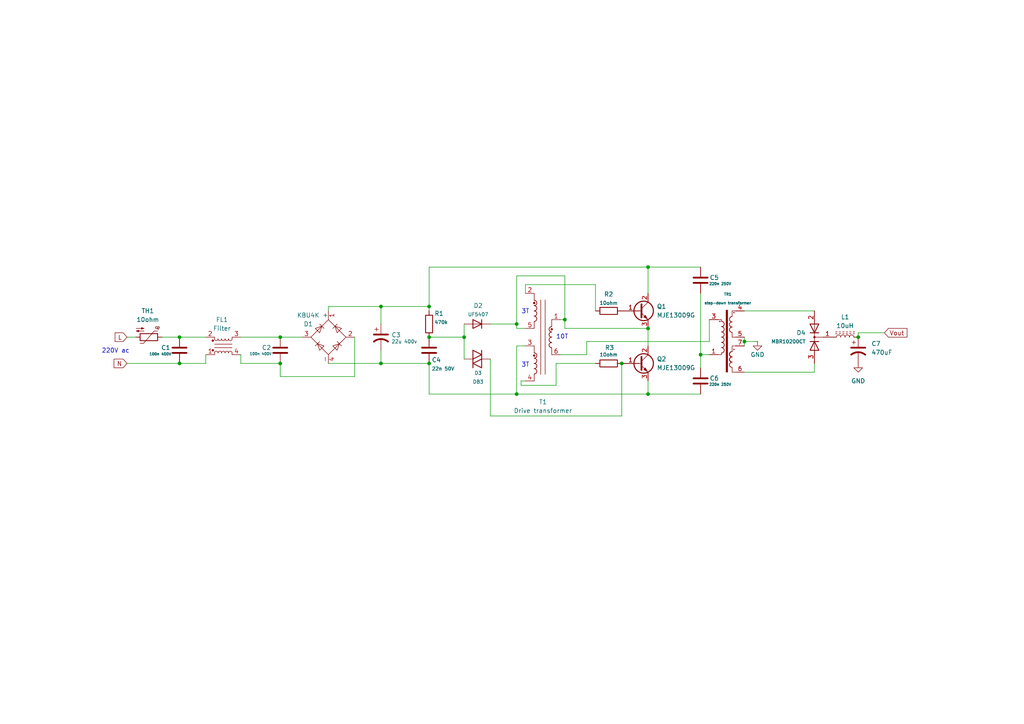
<source format=kicad_sch>
(kicad_sch
	(version 20231120)
	(generator "eeschema")
	(generator_version "8.0")
	(uuid "7cb5cb16-d3a7-4d8b-b3b2-032278b30774")
	(paper "A4")
	(title_block
		(title "Self oscillating SMPS")
		(company "Anmol kumar")
	)
	(lib_symbols
		(symbol "Device:C"
			(pin_numbers hide)
			(pin_names
				(offset 0.254)
			)
			(exclude_from_sim no)
			(in_bom yes)
			(on_board yes)
			(property "Reference" "C"
				(at 0.635 2.54 0)
				(effects
					(font
						(size 1.27 1.27)
					)
					(justify left)
				)
			)
			(property "Value" "C"
				(at 0.635 -2.54 0)
				(effects
					(font
						(size 1.27 1.27)
					)
					(justify left)
				)
			)
			(property "Footprint" ""
				(at 0.9652 -3.81 0)
				(effects
					(font
						(size 1.27 1.27)
					)
					(hide yes)
				)
			)
			(property "Datasheet" "~"
				(at 0 0 0)
				(effects
					(font
						(size 1.27 1.27)
					)
					(hide yes)
				)
			)
			(property "Description" "Unpolarized capacitor"
				(at 0 0 0)
				(effects
					(font
						(size 1.27 1.27)
					)
					(hide yes)
				)
			)
			(property "ki_keywords" "cap capacitor"
				(at 0 0 0)
				(effects
					(font
						(size 1.27 1.27)
					)
					(hide yes)
				)
			)
			(property "ki_fp_filters" "C_*"
				(at 0 0 0)
				(effects
					(font
						(size 1.27 1.27)
					)
					(hide yes)
				)
			)
			(symbol "C_0_1"
				(polyline
					(pts
						(xy -2.032 -0.762) (xy 2.032 -0.762)
					)
					(stroke
						(width 0.508)
						(type default)
					)
					(fill
						(type none)
					)
				)
				(polyline
					(pts
						(xy -2.032 0.762) (xy 2.032 0.762)
					)
					(stroke
						(width 0.508)
						(type default)
					)
					(fill
						(type none)
					)
				)
			)
			(symbol "C_1_1"
				(pin passive line
					(at 0 3.81 270)
					(length 2.794)
					(name "~"
						(effects
							(font
								(size 1.27 1.27)
							)
						)
					)
					(number "1"
						(effects
							(font
								(size 1.27 1.27)
							)
						)
					)
				)
				(pin passive line
					(at 0 -3.81 90)
					(length 2.794)
					(name "~"
						(effects
							(font
								(size 1.27 1.27)
							)
						)
					)
					(number "2"
						(effects
							(font
								(size 1.27 1.27)
							)
						)
					)
				)
			)
		)
		(symbol "Device:C_Polarized_US"
			(pin_numbers hide)
			(pin_names
				(offset 0.254) hide)
			(exclude_from_sim no)
			(in_bom yes)
			(on_board yes)
			(property "Reference" "C"
				(at 0.635 2.54 0)
				(effects
					(font
						(size 1.27 1.27)
					)
					(justify left)
				)
			)
			(property "Value" "C_Polarized_US"
				(at 0.635 -2.54 0)
				(effects
					(font
						(size 1.27 1.27)
					)
					(justify left)
				)
			)
			(property "Footprint" ""
				(at 0 0 0)
				(effects
					(font
						(size 1.27 1.27)
					)
					(hide yes)
				)
			)
			(property "Datasheet" "~"
				(at 0 0 0)
				(effects
					(font
						(size 1.27 1.27)
					)
					(hide yes)
				)
			)
			(property "Description" "Polarized capacitor, US symbol"
				(at 0 0 0)
				(effects
					(font
						(size 1.27 1.27)
					)
					(hide yes)
				)
			)
			(property "ki_keywords" "cap capacitor"
				(at 0 0 0)
				(effects
					(font
						(size 1.27 1.27)
					)
					(hide yes)
				)
			)
			(property "ki_fp_filters" "CP_*"
				(at 0 0 0)
				(effects
					(font
						(size 1.27 1.27)
					)
					(hide yes)
				)
			)
			(symbol "C_Polarized_US_0_1"
				(polyline
					(pts
						(xy -2.032 0.762) (xy 2.032 0.762)
					)
					(stroke
						(width 0.508)
						(type default)
					)
					(fill
						(type none)
					)
				)
				(polyline
					(pts
						(xy -1.778 2.286) (xy -0.762 2.286)
					)
					(stroke
						(width 0)
						(type default)
					)
					(fill
						(type none)
					)
				)
				(polyline
					(pts
						(xy -1.27 1.778) (xy -1.27 2.794)
					)
					(stroke
						(width 0)
						(type default)
					)
					(fill
						(type none)
					)
				)
				(arc
					(start 2.032 -1.27)
					(mid 0 -0.5572)
					(end -2.032 -1.27)
					(stroke
						(width 0.508)
						(type default)
					)
					(fill
						(type none)
					)
				)
			)
			(symbol "C_Polarized_US_1_1"
				(pin passive line
					(at 0 3.81 270)
					(length 2.794)
					(name "~"
						(effects
							(font
								(size 1.27 1.27)
							)
						)
					)
					(number "1"
						(effects
							(font
								(size 1.27 1.27)
							)
						)
					)
				)
				(pin passive line
					(at 0 -3.81 90)
					(length 3.302)
					(name "~"
						(effects
							(font
								(size 1.27 1.27)
							)
						)
					)
					(number "2"
						(effects
							(font
								(size 1.27 1.27)
							)
						)
					)
				)
			)
		)
		(symbol "Device:D_Dual_CommonCathode_KAA"
			(pin_names
				(offset 0.762) hide)
			(exclude_from_sim no)
			(in_bom yes)
			(on_board yes)
			(property "Reference" "D"
				(at 1.27 -2.54 0)
				(effects
					(font
						(size 1.27 1.27)
					)
				)
			)
			(property "Value" "D_Dual_CommonCathode_KAA"
				(at 0 2.54 0)
				(effects
					(font
						(size 1.27 1.27)
					)
				)
			)
			(property "Footprint" ""
				(at 0 0 0)
				(effects
					(font
						(size 1.27 1.27)
					)
					(hide yes)
				)
			)
			(property "Datasheet" "~"
				(at 0 0 0)
				(effects
					(font
						(size 1.27 1.27)
					)
					(hide yes)
				)
			)
			(property "Description" "Dual diode, common cathode on pin 1"
				(at 0 0 0)
				(effects
					(font
						(size 1.27 1.27)
					)
					(hide yes)
				)
			)
			(property "ki_keywords" "diode"
				(at 0 0 0)
				(effects
					(font
						(size 1.27 1.27)
					)
					(hide yes)
				)
			)
			(symbol "D_Dual_CommonCathode_KAA_0_1"
				(polyline
					(pts
						(xy -3.81 0) (xy 3.81 0)
					)
					(stroke
						(width 0)
						(type default)
					)
					(fill
						(type none)
					)
				)
				(polyline
					(pts
						(xy 0 0) (xy 0 -2.54)
					)
					(stroke
						(width 0)
						(type default)
					)
					(fill
						(type none)
					)
				)
				(polyline
					(pts
						(xy -1.27 -1.27) (xy -1.27 1.27) (xy -1.27 1.27)
					)
					(stroke
						(width 0.254)
						(type default)
					)
					(fill
						(type none)
					)
				)
				(polyline
					(pts
						(xy 1.27 -1.27) (xy 1.27 1.27) (xy 1.27 1.27)
					)
					(stroke
						(width 0.254)
						(type default)
					)
					(fill
						(type none)
					)
				)
				(polyline
					(pts
						(xy -3.81 1.27) (xy -1.27 0) (xy -3.81 -1.27) (xy -3.81 1.27) (xy -3.81 1.27) (xy -3.81 1.27)
					)
					(stroke
						(width 0.254)
						(type default)
					)
					(fill
						(type none)
					)
				)
				(polyline
					(pts
						(xy 3.81 -1.27) (xy 1.27 0) (xy 3.81 1.27) (xy 3.81 -1.27) (xy 3.81 -1.27) (xy 3.81 -1.27)
					)
					(stroke
						(width 0.254)
						(type default)
					)
					(fill
						(type none)
					)
				)
				(circle
					(center 0 0)
					(radius 0.254)
					(stroke
						(width 0)
						(type default)
					)
					(fill
						(type outline)
					)
				)
				(pin passive line
					(at 0 -5.08 90)
					(length 2.54)
					(name "K"
						(effects
							(font
								(size 1.27 1.27)
							)
						)
					)
					(number "1"
						(effects
							(font
								(size 1.27 1.27)
							)
						)
					)
				)
				(pin passive line
					(at -7.62 0 0)
					(length 3.81)
					(name "A"
						(effects
							(font
								(size 1.27 1.27)
							)
						)
					)
					(number "2"
						(effects
							(font
								(size 1.27 1.27)
							)
						)
					)
				)
				(pin passive line
					(at 7.62 0 180)
					(length 3.81)
					(name "A"
						(effects
							(font
								(size 1.27 1.27)
							)
						)
					)
					(number "3"
						(effects
							(font
								(size 1.27 1.27)
							)
						)
					)
				)
			)
		)
		(symbol "Device:Filter_EMI_LL_1423"
			(pin_names hide)
			(exclude_from_sim no)
			(in_bom yes)
			(on_board yes)
			(property "Reference" "FL"
				(at 0 4.445 0)
				(effects
					(font
						(size 1.27 1.27)
					)
				)
			)
			(property "Value" "Filter_EMI_LL_1423"
				(at 0 -4.445 0)
				(effects
					(font
						(size 1.27 1.27)
					)
				)
			)
			(property "Footprint" ""
				(at 0 -6.35 0)
				(effects
					(font
						(size 1.27 1.27)
					)
					(hide yes)
				)
			)
			(property "Datasheet" "~"
				(at 0 1.016 90)
				(effects
					(font
						(size 1.27 1.27)
					)
					(hide yes)
				)
			)
			(property "Description" "EMI 2-inductor filter, pin-connections 1-4 and 2-3"
				(at 0 0 0)
				(effects
					(font
						(size 1.27 1.27)
					)
					(hide yes)
				)
			)
			(property "ki_keywords" "EMI filter common-mode choke"
				(at 0 0 0)
				(effects
					(font
						(size 1.27 1.27)
					)
					(hide yes)
				)
			)
			(property "ki_fp_filters" "Bourns*SRF0905*"
				(at 0 0 0)
				(effects
					(font
						(size 1.27 1.27)
					)
					(hide yes)
				)
			)
			(symbol "Filter_EMI_LL_1423_0_1"
				(circle
					(center -3.048 -1.27)
					(radius 0.254)
					(stroke
						(width 0)
						(type default)
					)
					(fill
						(type outline)
					)
				)
				(circle
					(center -3.048 1.524)
					(radius 0.254)
					(stroke
						(width 0)
						(type default)
					)
					(fill
						(type outline)
					)
				)
				(arc
					(start -2.54 2.032)
					(mid -2.032 1.5262)
					(end -1.524 2.032)
					(stroke
						(width 0)
						(type default)
					)
					(fill
						(type none)
					)
				)
				(arc
					(start -1.524 -2.032)
					(mid -2.032 -1.5262)
					(end -2.54 -2.032)
					(stroke
						(width 0)
						(type default)
					)
					(fill
						(type none)
					)
				)
				(arc
					(start -1.524 2.032)
					(mid -1.016 1.5262)
					(end -0.508 2.032)
					(stroke
						(width 0)
						(type default)
					)
					(fill
						(type none)
					)
				)
				(arc
					(start -0.508 -2.032)
					(mid -1.016 -1.5262)
					(end -1.524 -2.032)
					(stroke
						(width 0)
						(type default)
					)
					(fill
						(type none)
					)
				)
				(arc
					(start -0.508 2.032)
					(mid 0 1.5262)
					(end 0.508 2.032)
					(stroke
						(width 0)
						(type default)
					)
					(fill
						(type none)
					)
				)
				(polyline
					(pts
						(xy -2.54 -2.032) (xy -2.54 -2.54)
					)
					(stroke
						(width 0)
						(type default)
					)
					(fill
						(type none)
					)
				)
				(polyline
					(pts
						(xy -2.54 0.508) (xy 2.54 0.508)
					)
					(stroke
						(width 0)
						(type default)
					)
					(fill
						(type none)
					)
				)
				(polyline
					(pts
						(xy -2.54 2.032) (xy -2.54 2.54)
					)
					(stroke
						(width 0)
						(type default)
					)
					(fill
						(type none)
					)
				)
				(polyline
					(pts
						(xy 2.54 -2.032) (xy 2.54 -2.54)
					)
					(stroke
						(width 0)
						(type default)
					)
					(fill
						(type none)
					)
				)
				(polyline
					(pts
						(xy 2.54 -0.508) (xy -2.54 -0.508)
					)
					(stroke
						(width 0)
						(type default)
					)
					(fill
						(type none)
					)
				)
				(polyline
					(pts
						(xy 2.54 2.54) (xy 2.54 2.032)
					)
					(stroke
						(width 0)
						(type default)
					)
					(fill
						(type none)
					)
				)
				(arc
					(start 0.508 -2.032)
					(mid 0 -1.5262)
					(end -0.508 -2.032)
					(stroke
						(width 0)
						(type default)
					)
					(fill
						(type none)
					)
				)
				(arc
					(start 0.508 2.032)
					(mid 1.016 1.5262)
					(end 1.524 2.032)
					(stroke
						(width 0)
						(type default)
					)
					(fill
						(type none)
					)
				)
				(arc
					(start 1.524 -2.032)
					(mid 1.016 -1.5262)
					(end 0.508 -2.032)
					(stroke
						(width 0)
						(type default)
					)
					(fill
						(type none)
					)
				)
				(arc
					(start 1.524 2.032)
					(mid 2.032 1.5262)
					(end 2.54 2.032)
					(stroke
						(width 0)
						(type default)
					)
					(fill
						(type none)
					)
				)
				(arc
					(start 2.54 -2.032)
					(mid 2.032 -1.5262)
					(end 1.524 -2.032)
					(stroke
						(width 0)
						(type default)
					)
					(fill
						(type none)
					)
				)
			)
			(symbol "Filter_EMI_LL_1423_1_1"
				(pin passive line
					(at -5.08 -2.54 0)
					(length 2.54)
					(name "1"
						(effects
							(font
								(size 1.27 1.27)
							)
						)
					)
					(number "1"
						(effects
							(font
								(size 1.27 1.27)
							)
						)
					)
				)
				(pin passive line
					(at -5.08 2.54 0)
					(length 2.54)
					(name "2"
						(effects
							(font
								(size 1.27 1.27)
							)
						)
					)
					(number "2"
						(effects
							(font
								(size 1.27 1.27)
							)
						)
					)
				)
				(pin passive line
					(at 5.08 2.54 180)
					(length 2.54)
					(name "3"
						(effects
							(font
								(size 1.27 1.27)
							)
						)
					)
					(number "3"
						(effects
							(font
								(size 1.27 1.27)
							)
						)
					)
				)
				(pin passive line
					(at 5.08 -2.54 180)
					(length 2.54)
					(name "4"
						(effects
							(font
								(size 1.27 1.27)
							)
						)
					)
					(number "4"
						(effects
							(font
								(size 1.27 1.27)
							)
						)
					)
				)
			)
		)
		(symbol "Device:L_Ferrite"
			(pin_numbers hide)
			(pin_names
				(offset 1.016) hide)
			(exclude_from_sim no)
			(in_bom yes)
			(on_board yes)
			(property "Reference" "L"
				(at -1.27 0 90)
				(effects
					(font
						(size 1.27 1.27)
					)
				)
			)
			(property "Value" "L_Ferrite"
				(at 2.794 0 90)
				(effects
					(font
						(size 1.27 1.27)
					)
				)
			)
			(property "Footprint" ""
				(at 0 0 0)
				(effects
					(font
						(size 1.27 1.27)
					)
					(hide yes)
				)
			)
			(property "Datasheet" "~"
				(at 0 0 0)
				(effects
					(font
						(size 1.27 1.27)
					)
					(hide yes)
				)
			)
			(property "Description" "Inductor with ferrite core"
				(at 0 0 0)
				(effects
					(font
						(size 1.27 1.27)
					)
					(hide yes)
				)
			)
			(property "ki_keywords" "inductor choke coil reactor magnetic"
				(at 0 0 0)
				(effects
					(font
						(size 1.27 1.27)
					)
					(hide yes)
				)
			)
			(property "ki_fp_filters" "Choke_* *Coil* Inductor_* L_*"
				(at 0 0 0)
				(effects
					(font
						(size 1.27 1.27)
					)
					(hide yes)
				)
			)
			(symbol "L_Ferrite_0_1"
				(arc
					(start 0 -2.54)
					(mid 0.6323 -1.905)
					(end 0 -1.27)
					(stroke
						(width 0)
						(type default)
					)
					(fill
						(type none)
					)
				)
				(arc
					(start 0 -1.27)
					(mid 0.6323 -0.635)
					(end 0 0)
					(stroke
						(width 0)
						(type default)
					)
					(fill
						(type none)
					)
				)
				(polyline
					(pts
						(xy 1.016 -2.794) (xy 1.016 -2.286)
					)
					(stroke
						(width 0)
						(type default)
					)
					(fill
						(type none)
					)
				)
				(polyline
					(pts
						(xy 1.016 -1.778) (xy 1.016 -1.27)
					)
					(stroke
						(width 0)
						(type default)
					)
					(fill
						(type none)
					)
				)
				(polyline
					(pts
						(xy 1.016 -0.762) (xy 1.016 -0.254)
					)
					(stroke
						(width 0)
						(type default)
					)
					(fill
						(type none)
					)
				)
				(polyline
					(pts
						(xy 1.016 0.254) (xy 1.016 0.762)
					)
					(stroke
						(width 0)
						(type default)
					)
					(fill
						(type none)
					)
				)
				(polyline
					(pts
						(xy 1.016 1.27) (xy 1.016 1.778)
					)
					(stroke
						(width 0)
						(type default)
					)
					(fill
						(type none)
					)
				)
				(polyline
					(pts
						(xy 1.016 2.286) (xy 1.016 2.794)
					)
					(stroke
						(width 0)
						(type default)
					)
					(fill
						(type none)
					)
				)
				(polyline
					(pts
						(xy 1.524 -2.286) (xy 1.524 -2.794)
					)
					(stroke
						(width 0)
						(type default)
					)
					(fill
						(type none)
					)
				)
				(polyline
					(pts
						(xy 1.524 -1.27) (xy 1.524 -1.778)
					)
					(stroke
						(width 0)
						(type default)
					)
					(fill
						(type none)
					)
				)
				(polyline
					(pts
						(xy 1.524 -0.254) (xy 1.524 -0.762)
					)
					(stroke
						(width 0)
						(type default)
					)
					(fill
						(type none)
					)
				)
				(polyline
					(pts
						(xy 1.524 0.762) (xy 1.524 0.254)
					)
					(stroke
						(width 0)
						(type default)
					)
					(fill
						(type none)
					)
				)
				(polyline
					(pts
						(xy 1.524 1.778) (xy 1.524 1.27)
					)
					(stroke
						(width 0)
						(type default)
					)
					(fill
						(type none)
					)
				)
				(polyline
					(pts
						(xy 1.524 2.794) (xy 1.524 2.286)
					)
					(stroke
						(width 0)
						(type default)
					)
					(fill
						(type none)
					)
				)
				(arc
					(start 0 0)
					(mid 0.6323 0.635)
					(end 0 1.27)
					(stroke
						(width 0)
						(type default)
					)
					(fill
						(type none)
					)
				)
				(arc
					(start 0 1.27)
					(mid 0.6323 1.905)
					(end 0 2.54)
					(stroke
						(width 0)
						(type default)
					)
					(fill
						(type none)
					)
				)
			)
			(symbol "L_Ferrite_1_1"
				(pin passive line
					(at 0 3.81 270)
					(length 1.27)
					(name "1"
						(effects
							(font
								(size 1.27 1.27)
							)
						)
					)
					(number "1"
						(effects
							(font
								(size 1.27 1.27)
							)
						)
					)
				)
				(pin passive line
					(at 0 -3.81 90)
					(length 1.27)
					(name "2"
						(effects
							(font
								(size 1.27 1.27)
							)
						)
					)
					(number "2"
						(effects
							(font
								(size 1.27 1.27)
							)
						)
					)
				)
			)
		)
		(symbol "Device:R"
			(pin_numbers hide)
			(pin_names
				(offset 0)
			)
			(exclude_from_sim no)
			(in_bom yes)
			(on_board yes)
			(property "Reference" "R"
				(at 2.032 0 90)
				(effects
					(font
						(size 1.27 1.27)
					)
				)
			)
			(property "Value" "R"
				(at 0 0 90)
				(effects
					(font
						(size 1.27 1.27)
					)
				)
			)
			(property "Footprint" ""
				(at -1.778 0 90)
				(effects
					(font
						(size 1.27 1.27)
					)
					(hide yes)
				)
			)
			(property "Datasheet" "~"
				(at 0 0 0)
				(effects
					(font
						(size 1.27 1.27)
					)
					(hide yes)
				)
			)
			(property "Description" "Resistor"
				(at 0 0 0)
				(effects
					(font
						(size 1.27 1.27)
					)
					(hide yes)
				)
			)
			(property "ki_keywords" "R res resistor"
				(at 0 0 0)
				(effects
					(font
						(size 1.27 1.27)
					)
					(hide yes)
				)
			)
			(property "ki_fp_filters" "R_*"
				(at 0 0 0)
				(effects
					(font
						(size 1.27 1.27)
					)
					(hide yes)
				)
			)
			(symbol "R_0_1"
				(rectangle
					(start -1.016 -2.54)
					(end 1.016 2.54)
					(stroke
						(width 0.254)
						(type default)
					)
					(fill
						(type none)
					)
				)
			)
			(symbol "R_1_1"
				(pin passive line
					(at 0 3.81 270)
					(length 1.27)
					(name "~"
						(effects
							(font
								(size 1.27 1.27)
							)
						)
					)
					(number "1"
						(effects
							(font
								(size 1.27 1.27)
							)
						)
					)
				)
				(pin passive line
					(at 0 -3.81 90)
					(length 1.27)
					(name "~"
						(effects
							(font
								(size 1.27 1.27)
							)
						)
					)
					(number "2"
						(effects
							(font
								(size 1.27 1.27)
							)
						)
					)
				)
			)
		)
		(symbol "Device:Thermistor_NTC"
			(pin_numbers hide)
			(pin_names
				(offset 0)
			)
			(exclude_from_sim no)
			(in_bom yes)
			(on_board yes)
			(property "Reference" "TH"
				(at -4.445 0 90)
				(effects
					(font
						(size 1.27 1.27)
					)
				)
			)
			(property "Value" "Thermistor_NTC"
				(at 3.175 0 90)
				(effects
					(font
						(size 1.27 1.27)
					)
				)
			)
			(property "Footprint" ""
				(at 0 1.27 0)
				(effects
					(font
						(size 1.27 1.27)
					)
					(hide yes)
				)
			)
			(property "Datasheet" "~"
				(at 0 1.27 0)
				(effects
					(font
						(size 1.27 1.27)
					)
					(hide yes)
				)
			)
			(property "Description" "Temperature dependent resistor, negative temperature coefficient"
				(at 0 0 0)
				(effects
					(font
						(size 1.27 1.27)
					)
					(hide yes)
				)
			)
			(property "ki_keywords" "thermistor NTC resistor sensor RTD"
				(at 0 0 0)
				(effects
					(font
						(size 1.27 1.27)
					)
					(hide yes)
				)
			)
			(property "ki_fp_filters" "*NTC* *Thermistor* PIN?ARRAY* bornier* *Terminal?Block* R_*"
				(at 0 0 0)
				(effects
					(font
						(size 1.27 1.27)
					)
					(hide yes)
				)
			)
			(symbol "Thermistor_NTC_0_1"
				(arc
					(start -3.048 2.159)
					(mid -3.0495 2.3143)
					(end -3.175 2.413)
					(stroke
						(width 0)
						(type default)
					)
					(fill
						(type none)
					)
				)
				(arc
					(start -3.048 2.159)
					(mid -2.9736 1.9794)
					(end -2.794 1.905)
					(stroke
						(width 0)
						(type default)
					)
					(fill
						(type none)
					)
				)
				(arc
					(start -3.048 2.794)
					(mid -2.9736 2.6144)
					(end -2.794 2.54)
					(stroke
						(width 0)
						(type default)
					)
					(fill
						(type none)
					)
				)
				(arc
					(start -2.794 1.905)
					(mid -2.6144 1.9794)
					(end -2.54 2.159)
					(stroke
						(width 0)
						(type default)
					)
					(fill
						(type none)
					)
				)
				(arc
					(start -2.794 2.54)
					(mid -2.4393 2.5587)
					(end -2.159 2.794)
					(stroke
						(width 0)
						(type default)
					)
					(fill
						(type none)
					)
				)
				(arc
					(start -2.794 3.048)
					(mid -2.9736 2.9736)
					(end -3.048 2.794)
					(stroke
						(width 0)
						(type default)
					)
					(fill
						(type none)
					)
				)
				(arc
					(start -2.54 2.794)
					(mid -2.6144 2.9736)
					(end -2.794 3.048)
					(stroke
						(width 0)
						(type default)
					)
					(fill
						(type none)
					)
				)
				(rectangle
					(start -1.016 2.54)
					(end 1.016 -2.54)
					(stroke
						(width 0.254)
						(type default)
					)
					(fill
						(type none)
					)
				)
				(polyline
					(pts
						(xy -2.54 2.159) (xy -2.54 2.794)
					)
					(stroke
						(width 0)
						(type default)
					)
					(fill
						(type none)
					)
				)
				(polyline
					(pts
						(xy -1.778 2.54) (xy -1.778 1.524) (xy 1.778 -1.524) (xy 1.778 -2.54)
					)
					(stroke
						(width 0)
						(type default)
					)
					(fill
						(type none)
					)
				)
				(polyline
					(pts
						(xy -2.54 -3.683) (xy -2.54 -1.397) (xy -2.794 -2.159) (xy -2.286 -2.159) (xy -2.54 -1.397) (xy -2.54 -1.651)
					)
					(stroke
						(width 0)
						(type default)
					)
					(fill
						(type outline)
					)
				)
				(polyline
					(pts
						(xy -1.778 -1.397) (xy -1.778 -3.683) (xy -2.032 -2.921) (xy -1.524 -2.921) (xy -1.778 -3.683)
						(xy -1.778 -3.429)
					)
					(stroke
						(width 0)
						(type default)
					)
					(fill
						(type outline)
					)
				)
			)
			(symbol "Thermistor_NTC_1_1"
				(pin passive line
					(at 0 3.81 270)
					(length 1.27)
					(name "~"
						(effects
							(font
								(size 1.27 1.27)
							)
						)
					)
					(number "1"
						(effects
							(font
								(size 1.27 1.27)
							)
						)
					)
				)
				(pin passive line
					(at 0 -3.81 90)
					(length 1.27)
					(name "~"
						(effects
							(font
								(size 1.27 1.27)
							)
						)
					)
					(number "2"
						(effects
							(font
								(size 1.27 1.27)
							)
						)
					)
				)
			)
		)
		(symbol "Diode:DB3"
			(pin_numbers hide)
			(pin_names
				(offset 1.016) hide)
			(exclude_from_sim no)
			(in_bom yes)
			(on_board yes)
			(property "Reference" "D"
				(at 0 3.81 0)
				(effects
					(font
						(size 1.27 1.27)
					)
				)
			)
			(property "Value" "DB3"
				(at 0 -3.81 0)
				(effects
					(font
						(size 1.27 1.27)
					)
				)
			)
			(property "Footprint" "Diode_THT:D_DO-35_SOD27_P7.62mm_Horizontal"
				(at 0 -5.715 0)
				(effects
					(font
						(size 1.27 1.27)
					)
					(hide yes)
				)
			)
			(property "Datasheet" "http://cdn-reichelt.de/documents/datenblatt/A100/DB%203%23st.pdf"
				(at 0 0 0)
				(effects
					(font
						(size 1.27 1.27)
					)
					(hide yes)
				)
			)
			(property "Description" "32V 2A Bidirectional trigger diode, DO-35"
				(at 0 0 0)
				(effects
					(font
						(size 1.27 1.27)
					)
					(hide yes)
				)
			)
			(property "ki_keywords" "AC diode DIAC"
				(at 0 0 0)
				(effects
					(font
						(size 1.27 1.27)
					)
					(hide yes)
				)
			)
			(property "ki_fp_filters" "D*DO?35*"
				(at 0 0 0)
				(effects
					(font
						(size 1.27 1.27)
					)
					(hide yes)
				)
			)
			(symbol "DB3_0_1"
				(polyline
					(pts
						(xy -1.27 0) (xy -1.27 -2.54)
					)
					(stroke
						(width 0.254)
						(type default)
					)
					(fill
						(type none)
					)
				)
				(polyline
					(pts
						(xy 1.27 2.54) (xy 1.27 0)
					)
					(stroke
						(width 0.254)
						(type default)
					)
					(fill
						(type none)
					)
				)
				(polyline
					(pts
						(xy -1.27 2.54) (xy -1.27 0) (xy 1.27 1.27) (xy -1.27 2.54)
					)
					(stroke
						(width 0.254)
						(type default)
					)
					(fill
						(type none)
					)
				)
				(polyline
					(pts
						(xy 1.27 0) (xy 1.27 -2.54) (xy -1.27 -1.27) (xy 1.27 0)
					)
					(stroke
						(width 0.254)
						(type default)
					)
					(fill
						(type none)
					)
				)
			)
			(symbol "DB3_1_1"
				(pin passive line
					(at -3.81 0 0)
					(length 2.54)
					(name "K"
						(effects
							(font
								(size 1.27 1.27)
							)
						)
					)
					(number "1"
						(effects
							(font
								(size 1.27 1.27)
							)
						)
					)
				)
				(pin passive line
					(at 3.81 0 180)
					(length 2.54)
					(name "A"
						(effects
							(font
								(size 1.27 1.27)
							)
						)
					)
					(number "2"
						(effects
							(font
								(size 1.27 1.27)
							)
						)
					)
				)
			)
		)
		(symbol "Diode:UF5407"
			(pin_numbers hide)
			(pin_names hide)
			(exclude_from_sim no)
			(in_bom yes)
			(on_board yes)
			(property "Reference" "D"
				(at 0 2.54 0)
				(effects
					(font
						(size 1.27 1.27)
					)
				)
			)
			(property "Value" "UF5407"
				(at 0 -2.54 0)
				(effects
					(font
						(size 1.27 1.27)
					)
				)
			)
			(property "Footprint" "Diode_THT:D_DO-201AD_P15.24mm_Horizontal"
				(at 0 -4.445 0)
				(effects
					(font
						(size 1.27 1.27)
					)
					(hide yes)
				)
			)
			(property "Datasheet" "http://www.vishay.com/docs/88756/uf5400.pdf"
				(at 0 0 0)
				(effects
					(font
						(size 1.27 1.27)
					)
					(hide yes)
				)
			)
			(property "Description" "800V 3A Soft Recovery Ultrafast Rectifier Diode, DO-201AD"
				(at 0 0 0)
				(effects
					(font
						(size 1.27 1.27)
					)
					(hide yes)
				)
			)
			(property "Sim.Device" "D"
				(at 0 0 0)
				(effects
					(font
						(size 1.27 1.27)
					)
					(hide yes)
				)
			)
			(property "Sim.Pins" "1=K 2=A"
				(at 0 0 0)
				(effects
					(font
						(size 1.27 1.27)
					)
					(hide yes)
				)
			)
			(property "ki_keywords" "diode"
				(at 0 0 0)
				(effects
					(font
						(size 1.27 1.27)
					)
					(hide yes)
				)
			)
			(property "ki_fp_filters" "D*DO?201AD*"
				(at 0 0 0)
				(effects
					(font
						(size 1.27 1.27)
					)
					(hide yes)
				)
			)
			(symbol "UF5407_0_1"
				(polyline
					(pts
						(xy -1.27 1.27) (xy -1.27 -1.27)
					)
					(stroke
						(width 0.254)
						(type default)
					)
					(fill
						(type none)
					)
				)
				(polyline
					(pts
						(xy 1.27 0) (xy -1.27 0)
					)
					(stroke
						(width 0)
						(type default)
					)
					(fill
						(type none)
					)
				)
				(polyline
					(pts
						(xy 1.27 1.27) (xy 1.27 -1.27) (xy -1.27 0) (xy 1.27 1.27)
					)
					(stroke
						(width 0.254)
						(type default)
					)
					(fill
						(type none)
					)
				)
			)
			(symbol "UF5407_1_1"
				(pin passive line
					(at -3.81 0 0)
					(length 2.54)
					(name "K"
						(effects
							(font
								(size 1.27 1.27)
							)
						)
					)
					(number "1"
						(effects
							(font
								(size 1.27 1.27)
							)
						)
					)
				)
				(pin passive line
					(at 3.81 0 180)
					(length 2.54)
					(name "A"
						(effects
							(font
								(size 1.27 1.27)
							)
						)
					)
					(number "2"
						(effects
							(font
								(size 1.27 1.27)
							)
						)
					)
				)
			)
		)
		(symbol "Diode_Bridge:KBU4K"
			(pin_names
				(offset 0)
			)
			(exclude_from_sim no)
			(in_bom yes)
			(on_board yes)
			(property "Reference" "D"
				(at 2.54 6.985 0)
				(effects
					(font
						(size 1.27 1.27)
					)
					(justify left)
				)
			)
			(property "Value" "KBU4K"
				(at 2.54 5.08 0)
				(effects
					(font
						(size 1.27 1.27)
					)
					(justify left)
				)
			)
			(property "Footprint" "Diode_THT:Diode_Bridge_Vishay_KBU"
				(at 3.81 3.175 0)
				(effects
					(font
						(size 1.27 1.27)
					)
					(justify left)
					(hide yes)
				)
			)
			(property "Datasheet" "http://www.vishay.com/docs/88656/kbu4.pdf"
				(at 0 0 0)
				(effects
					(font
						(size 1.27 1.27)
					)
					(hide yes)
				)
			)
			(property "Description" "Single-Phase Bridge Rectifier, 560V Vrms, 4.0A If, KBU package"
				(at 0 0 0)
				(effects
					(font
						(size 1.27 1.27)
					)
					(hide yes)
				)
			)
			(property "ki_keywords" "rectifier acdc"
				(at 0 0 0)
				(effects
					(font
						(size 1.27 1.27)
					)
					(hide yes)
				)
			)
			(property "ki_fp_filters" "Diode*Bridge*Vishay*KBU*"
				(at 0 0 0)
				(effects
					(font
						(size 1.27 1.27)
					)
					(hide yes)
				)
			)
			(symbol "KBU4K_0_1"
				(polyline
					(pts
						(xy -2.54 3.81) (xy -1.27 2.54)
					)
					(stroke
						(width 0)
						(type default)
					)
					(fill
						(type none)
					)
				)
				(polyline
					(pts
						(xy -1.27 -2.54) (xy -2.54 -3.81)
					)
					(stroke
						(width 0)
						(type default)
					)
					(fill
						(type none)
					)
				)
				(polyline
					(pts
						(xy 2.54 -1.27) (xy 3.81 -2.54)
					)
					(stroke
						(width 0)
						(type default)
					)
					(fill
						(type none)
					)
				)
				(polyline
					(pts
						(xy 2.54 1.27) (xy 3.81 2.54)
					)
					(stroke
						(width 0)
						(type default)
					)
					(fill
						(type none)
					)
				)
				(polyline
					(pts
						(xy -3.81 2.54) (xy -2.54 1.27) (xy -1.905 3.175) (xy -3.81 2.54)
					)
					(stroke
						(width 0)
						(type default)
					)
					(fill
						(type none)
					)
				)
				(polyline
					(pts
						(xy -2.54 -1.27) (xy -3.81 -2.54) (xy -1.905 -3.175) (xy -2.54 -1.27)
					)
					(stroke
						(width 0)
						(type default)
					)
					(fill
						(type none)
					)
				)
				(polyline
					(pts
						(xy 1.27 2.54) (xy 2.54 3.81) (xy 3.175 1.905) (xy 1.27 2.54)
					)
					(stroke
						(width 0)
						(type default)
					)
					(fill
						(type none)
					)
				)
				(polyline
					(pts
						(xy 3.175 -1.905) (xy 1.27 -2.54) (xy 2.54 -3.81) (xy 3.175 -1.905)
					)
					(stroke
						(width 0)
						(type default)
					)
					(fill
						(type none)
					)
				)
				(polyline
					(pts
						(xy -5.08 0) (xy 0 -5.08) (xy 5.08 0) (xy 0 5.08) (xy -5.08 0)
					)
					(stroke
						(width 0)
						(type default)
					)
					(fill
						(type none)
					)
				)
			)
			(symbol "KBU4K_1_1"
				(pin passive line
					(at 7.62 0 180)
					(length 2.54)
					(name "+"
						(effects
							(font
								(size 1.27 1.27)
							)
						)
					)
					(number "1"
						(effects
							(font
								(size 1.27 1.27)
							)
						)
					)
				)
				(pin passive line
					(at 0 -7.62 90)
					(length 2.54)
					(name "~"
						(effects
							(font
								(size 1.27 1.27)
							)
						)
					)
					(number "2"
						(effects
							(font
								(size 1.27 1.27)
							)
						)
					)
				)
				(pin passive line
					(at 0 7.62 270)
					(length 2.54)
					(name "~"
						(effects
							(font
								(size 1.27 1.27)
							)
						)
					)
					(number "3"
						(effects
							(font
								(size 1.27 1.27)
							)
						)
					)
				)
				(pin passive line
					(at -7.62 0 0)
					(length 2.54)
					(name "-"
						(effects
							(font
								(size 1.27 1.27)
							)
						)
					)
					(number "4"
						(effects
							(font
								(size 1.27 1.27)
							)
						)
					)
				)
			)
		)
		(symbol "Transformer:P0926NL"
			(pin_names hide)
			(exclude_from_sim no)
			(in_bom yes)
			(on_board yes)
			(property "Reference" "T"
				(at 0 13.97 0)
				(effects
					(font
						(size 1.27 1.27)
					)
				)
			)
			(property "Value" "P0926NL"
				(at 0 -13.97 0)
				(effects
					(font
						(size 1.27 1.27)
					)
				)
			)
			(property "Footprint" "Transformer_SMD:Pulse_P0926NL"
				(at 0 0 0)
				(effects
					(font
						(size 1.27 1.27)
					)
					(hide yes)
				)
			)
			(property "Datasheet" "https://productfinder.pulseeng.com/products/datasheets/SPM2007_61.pdf"
				(at -7.62 0 0)
				(effects
					(font
						(size 1.27 1.27)
					)
					(hide yes)
				)
			)
			(property "Description" "SMT Gate Drive Transformer, 1:1:1"
				(at 0 0 0)
				(effects
					(font
						(size 1.27 1.27)
					)
					(hide yes)
				)
			)
			(property "ki_keywords" "pulse"
				(at 0 0 0)
				(effects
					(font
						(size 1.27 1.27)
					)
					(hide yes)
				)
			)
			(property "ki_fp_filters" "Pulse*P0926NL*"
				(at 0 0 0)
				(effects
					(font
						(size 1.27 1.27)
					)
					(hide yes)
				)
			)
			(symbol "P0926NL_0_1"
				(arc
					(start -2.54 -3.048)
					(mid -1.7813 -2.286)
					(end -2.54 -1.524)
					(stroke
						(width 0.2032)
						(type default)
					)
					(fill
						(type none)
					)
				)
				(arc
					(start -2.54 -1.524)
					(mid -1.7813 -0.762)
					(end -2.54 0)
					(stroke
						(width 0.2032)
						(type default)
					)
					(fill
						(type none)
					)
				)
				(arc
					(start -2.54 0)
					(mid -1.7813 0.762)
					(end -2.54 1.524)
					(stroke
						(width 0.2032)
						(type default)
					)
					(fill
						(type none)
					)
				)
				(circle
					(center -2.54 2.286)
					(radius 0.254)
					(stroke
						(width 0)
						(type default)
					)
					(fill
						(type outline)
					)
				)
				(polyline
					(pts
						(xy -2.54 -3.048) (xy -2.54 -5.08)
					)
					(stroke
						(width 0)
						(type default)
					)
					(fill
						(type none)
					)
				)
				(polyline
					(pts
						(xy -2.54 5.08) (xy -2.54 3.048)
					)
					(stroke
						(width 0)
						(type default)
					)
					(fill
						(type none)
					)
				)
				(polyline
					(pts
						(xy -0.635 10.795) (xy -0.635 -10.795)
					)
					(stroke
						(width 0)
						(type default)
					)
					(fill
						(type none)
					)
				)
				(polyline
					(pts
						(xy 0.635 10.795) (xy 0.635 -10.795)
					)
					(stroke
						(width 0)
						(type default)
					)
					(fill
						(type none)
					)
				)
				(polyline
					(pts
						(xy 2.54 -10.668) (xy 2.54 -12.7)
					)
					(stroke
						(width 0)
						(type default)
					)
					(fill
						(type none)
					)
				)
				(polyline
					(pts
						(xy 2.54 -2.54) (xy 2.54 -4.572)
					)
					(stroke
						(width 0)
						(type default)
					)
					(fill
						(type none)
					)
				)
				(polyline
					(pts
						(xy 2.54 4.572) (xy 2.54 2.54)
					)
					(stroke
						(width 0)
						(type default)
					)
					(fill
						(type none)
					)
				)
				(polyline
					(pts
						(xy 2.54 12.7) (xy 2.54 10.668)
					)
					(stroke
						(width 0)
						(type default)
					)
					(fill
						(type none)
					)
				)
				(arc
					(start 2.54 -9.144)
					(mid 1.7813 -9.906)
					(end 2.54 -10.668)
					(stroke
						(width 0.2032)
						(type default)
					)
					(fill
						(type none)
					)
				)
				(arc
					(start 2.54 -7.62)
					(mid 1.7813 -8.382)
					(end 2.54 -9.144)
					(stroke
						(width 0.2032)
						(type default)
					)
					(fill
						(type none)
					)
				)
				(arc
					(start 2.54 -6.096)
					(mid 1.7813 -6.858)
					(end 2.54 -7.62)
					(stroke
						(width 0.2032)
						(type default)
					)
					(fill
						(type none)
					)
				)
				(circle
					(center 2.54 -5.334)
					(radius 0.254)
					(stroke
						(width 0)
						(type default)
					)
					(fill
						(type outline)
					)
				)
				(arc
					(start 2.54 -4.572)
					(mid 1.7813 -5.334)
					(end 2.54 -6.096)
					(stroke
						(width 0.2032)
						(type default)
					)
					(fill
						(type none)
					)
				)
				(arc
					(start 2.54 6.096)
					(mid 1.7813 5.334)
					(end 2.54 4.572)
					(stroke
						(width 0.2032)
						(type default)
					)
					(fill
						(type none)
					)
				)
				(arc
					(start 2.54 7.62)
					(mid 1.7813 6.858)
					(end 2.54 6.096)
					(stroke
						(width 0.2032)
						(type default)
					)
					(fill
						(type none)
					)
				)
				(arc
					(start 2.54 9.144)
					(mid 1.7813 8.382)
					(end 2.54 7.62)
					(stroke
						(width 0.2032)
						(type default)
					)
					(fill
						(type none)
					)
				)
				(circle
					(center 2.54 9.906)
					(radius 0.254)
					(stroke
						(width 0)
						(type default)
					)
					(fill
						(type outline)
					)
				)
				(arc
					(start 2.54 10.668)
					(mid 1.7813 9.906)
					(end 2.54 9.144)
					(stroke
						(width 0.2032)
						(type default)
					)
					(fill
						(type none)
					)
				)
			)
			(symbol "P0926NL_1_1"
				(arc
					(start -2.54 1.524)
					(mid -1.7813 2.286)
					(end -2.54 3.048)
					(stroke
						(width 0.2032)
						(type default)
					)
					(fill
						(type none)
					)
				)
				(pin passive line
					(at -5.08 5.08 0)
					(length 2.54)
					(name "~"
						(effects
							(font
								(size 1.27 1.27)
							)
						)
					)
					(number "1"
						(effects
							(font
								(size 1.27 1.27)
							)
						)
					)
				)
				(pin passive line
					(at 5.08 12.7 180)
					(length 2.54)
					(name "~"
						(effects
							(font
								(size 1.27 1.27)
							)
						)
					)
					(number "2"
						(effects
							(font
								(size 1.27 1.27)
							)
						)
					)
				)
				(pin passive line
					(at 5.08 -2.54 180)
					(length 2.54)
					(name "~"
						(effects
							(font
								(size 1.27 1.27)
							)
						)
					)
					(number "3"
						(effects
							(font
								(size 1.27 1.27)
							)
						)
					)
				)
				(pin passive line
					(at 5.08 -12.7 180)
					(length 2.54)
					(name "~"
						(effects
							(font
								(size 1.27 1.27)
							)
						)
					)
					(number "4"
						(effects
							(font
								(size 1.27 1.27)
							)
						)
					)
				)
				(pin passive line
					(at 5.08 2.54 180)
					(length 2.54)
					(name "~"
						(effects
							(font
								(size 1.27 1.27)
							)
						)
					)
					(number "5"
						(effects
							(font
								(size 1.27 1.27)
							)
						)
					)
				)
				(pin passive line
					(at -5.08 -5.08 0)
					(length 2.54)
					(name "~"
						(effects
							(font
								(size 1.27 1.27)
							)
						)
					)
					(number "6"
						(effects
							(font
								(size 1.27 1.27)
							)
						)
					)
				)
			)
		)
		(symbol "Transformer:Wuerth_750343373"
			(exclude_from_sim no)
			(in_bom yes)
			(on_board yes)
			(property "Reference" "TR"
				(at 0 8.89 0)
				(effects
					(font
						(size 1.27 1.27)
					)
				)
			)
			(property "Value" "Wuerth_750343373"
				(at 0 -11.43 0)
				(effects
					(font
						(size 1.27 1.27)
					)
				)
			)
			(property "Footprint" "Transformer_THT:Transformer_Wuerth_750343373"
				(at 0 -13.97 0)
				(effects
					(font
						(size 1.27 1.27)
					)
					(hide yes)
				)
			)
			(property "Datasheet" "https://katalog.we-online.com/ctm/datasheet/750343373.pdf"
				(at 0 0 0)
				(effects
					(font
						(size 1.27 1.27)
					)
					(hide yes)
				)
			)
			(property "Description" "Primary 18-60V 300kHz, Dual Secondary 12V-3A/12V-1A, Flyback Transformer, PCB"
				(at 0 0 0)
				(effects
					(font
						(size 1.27 1.27)
					)
					(hide yes)
				)
			)
			(property "ki_keywords" "PCB Flyback Transformer Dual Secondary"
				(at 0 0 0)
				(effects
					(font
						(size 1.27 1.27)
					)
					(hide yes)
				)
			)
			(property "ki_fp_filters" "Transformer*Wuerth*750343373*"
				(at 0 0 0)
				(effects
					(font
						(size 1.27 1.27)
					)
					(hide yes)
				)
			)
			(symbol "Wuerth_750343373_0_1"
				(circle
					(center -2.032 4.572)
					(radius 0.127)
					(stroke
						(width 0)
						(type default)
					)
					(fill
						(type none)
					)
				)
				(arc
					(start -1.524 -4.572)
					(mid -0.7653 -3.81)
					(end -1.524 -3.048)
					(stroke
						(width 0.2032)
						(type default)
					)
					(fill
						(type none)
					)
				)
				(arc
					(start -1.524 -3.048)
					(mid -0.7653 -2.286)
					(end -1.524 -1.524)
					(stroke
						(width 0.2032)
						(type default)
					)
					(fill
						(type none)
					)
				)
				(arc
					(start -1.524 -1.524)
					(mid -0.7653 -0.762)
					(end -1.524 0)
					(stroke
						(width 0.2032)
						(type default)
					)
					(fill
						(type none)
					)
				)
				(arc
					(start -1.524 0)
					(mid -0.7653 0.762)
					(end -1.524 1.524)
					(stroke
						(width 0.2032)
						(type default)
					)
					(fill
						(type none)
					)
				)
				(arc
					(start -1.524 1.524)
					(mid -0.7653 2.286)
					(end -1.524 3.048)
					(stroke
						(width 0.2032)
						(type default)
					)
					(fill
						(type none)
					)
				)
				(arc
					(start -1.524 3.048)
					(mid -0.7653 3.81)
					(end -1.524 4.572)
					(stroke
						(width 0.2032)
						(type default)
					)
					(fill
						(type none)
					)
				)
				(rectangle
					(start -0.254 7.874)
					(end 0.254 -10.16)
					(stroke
						(width 0.0254)
						(type default)
					)
					(fill
						(type outline)
					)
				)
				(polyline
					(pts
						(xy -1.524 -4.572) (xy -1.524 -5.08) (xy -2.54 -5.08)
					)
					(stroke
						(width 0)
						(type default)
					)
					(fill
						(type none)
					)
				)
				(polyline
					(pts
						(xy -1.524 4.572) (xy -1.524 5.08) (xy -2.54 5.08)
					)
					(stroke
						(width 0)
						(type default)
					)
					(fill
						(type none)
					)
				)
				(polyline
					(pts
						(xy 1.524 -8.89) (xy 1.524 -10.16) (xy 2.54 -10.16)
					)
					(stroke
						(width 0)
						(type default)
					)
					(fill
						(type none)
					)
				)
				(polyline
					(pts
						(xy 2.54 -2.54) (xy 1.524 -2.54) (xy 1.524 -4.064)
					)
					(stroke
						(width 0)
						(type default)
					)
					(fill
						(type none)
					)
				)
				(polyline
					(pts
						(xy 2.54 0) (xy 1.524 0) (xy 1.524 1.27)
					)
					(stroke
						(width 0)
						(type default)
					)
					(fill
						(type none)
					)
				)
				(polyline
					(pts
						(xy 2.54 7.62) (xy 1.524 7.62) (xy 1.524 6.096)
					)
					(stroke
						(width 0)
						(type default)
					)
					(fill
						(type none)
					)
				)
				(arc
					(start 1.524 -7.239)
					(mid 0.7653 -8.001)
					(end 1.524 -8.763)
					(stroke
						(width 0.2032)
						(type default)
					)
					(fill
						(type none)
					)
				)
				(arc
					(start 1.524 -5.715)
					(mid 0.7653 -6.477)
					(end 1.524 -7.239)
					(stroke
						(width 0.2032)
						(type default)
					)
					(fill
						(type none)
					)
				)
				(arc
					(start 1.524 -5.715)
					(mid 0.7653 -6.477)
					(end 1.524 -7.239)
					(stroke
						(width 0.2032)
						(type default)
					)
					(fill
						(type none)
					)
				)
				(arc
					(start 1.524 -4.191)
					(mid 0.7653 -4.953)
					(end 1.524 -5.715)
					(stroke
						(width 0.2032)
						(type default)
					)
					(fill
						(type none)
					)
				)
				(arc
					(start 1.524 -4.191)
					(mid 0.7653 -4.953)
					(end 1.524 -5.715)
					(stroke
						(width 0.2032)
						(type default)
					)
					(fill
						(type none)
					)
				)
				(arc
					(start 1.524 2.921)
					(mid 0.7653 2.159)
					(end 1.524 1.397)
					(stroke
						(width 0.2032)
						(type default)
					)
					(fill
						(type none)
					)
				)
				(arc
					(start 1.524 4.445)
					(mid 0.7653 3.683)
					(end 1.524 2.921)
					(stroke
						(width 0.2032)
						(type default)
					)
					(fill
						(type none)
					)
				)
				(arc
					(start 1.524 5.969)
					(mid 0.7653 5.207)
					(end 1.524 4.445)
					(stroke
						(width 0.2032)
						(type default)
					)
					(fill
						(type none)
					)
				)
				(circle
					(center 2.032 -3.556)
					(radius 0.127)
					(stroke
						(width 0)
						(type default)
					)
					(fill
						(type none)
					)
				)
				(circle
					(center 2.032 7.112)
					(radius 0.127)
					(stroke
						(width 0)
						(type default)
					)
					(fill
						(type none)
					)
				)
			)
			(symbol "Wuerth_750343373_1_1"
				(pin passive line
					(at -5.08 -5.08 0)
					(length 2.54)
					(name "~"
						(effects
							(font
								(size 1.27 1.27)
							)
						)
					)
					(number "1"
						(effects
							(font
								(size 1.27 1.27)
							)
						)
					)
				)
				(pin no_connect line
					(at 0 -7.62 0)
					(length 2.54) hide
					(name "~"
						(effects
							(font
								(size 1.27 1.27)
							)
						)
					)
					(number "10"
						(effects
							(font
								(size 1.27 1.27)
							)
						)
					)
				)
				(pin no_connect line
					(at 0 2.54 180)
					(length 2.54) hide
					(name "~"
						(effects
							(font
								(size 1.27 1.27)
							)
						)
					)
					(number "2"
						(effects
							(font
								(size 1.27 1.27)
							)
						)
					)
				)
				(pin passive line
					(at -5.08 5.08 0)
					(length 2.54)
					(name "~"
						(effects
							(font
								(size 1.27 1.27)
							)
						)
					)
					(number "3"
						(effects
							(font
								(size 1.27 1.27)
							)
						)
					)
				)
				(pin passive line
					(at 5.08 7.62 180)
					(length 2.54)
					(name "~"
						(effects
							(font
								(size 1.27 1.27)
							)
						)
					)
					(number "4"
						(effects
							(font
								(size 1.27 1.27)
							)
						)
					)
				)
				(pin passive line
					(at 5.08 0 180)
					(length 2.54)
					(name "~"
						(effects
							(font
								(size 1.27 1.27)
							)
						)
					)
					(number "5"
						(effects
							(font
								(size 1.27 1.27)
							)
						)
					)
				)
				(pin passive line
					(at 5.08 -10.16 180)
					(length 2.54)
					(name "~"
						(effects
							(font
								(size 1.27 1.27)
							)
						)
					)
					(number "6"
						(effects
							(font
								(size 1.27 1.27)
							)
						)
					)
				)
				(pin passive line
					(at 5.08 -2.54 180)
					(length 2.54)
					(name "~"
						(effects
							(font
								(size 1.27 1.27)
							)
						)
					)
					(number "7"
						(effects
							(font
								(size 1.27 1.27)
							)
						)
					)
				)
				(pin no_connect line
					(at 0 0 180)
					(length 2.54) hide
					(name "~"
						(effects
							(font
								(size 1.27 1.27)
							)
						)
					)
					(number "8"
						(effects
							(font
								(size 1.27 1.27)
							)
						)
					)
				)
				(pin no_connect line
					(at 0 -2.54 180)
					(length 2.54) hide
					(name "~"
						(effects
							(font
								(size 1.27 1.27)
							)
						)
					)
					(number "9"
						(effects
							(font
								(size 1.27 1.27)
							)
						)
					)
				)
			)
		)
		(symbol "Transistor_BJT:MJE13009G"
			(pin_names
				(offset 0) hide)
			(exclude_from_sim no)
			(in_bom yes)
			(on_board yes)
			(property "Reference" "Q"
				(at 6.35 1.905 0)
				(effects
					(font
						(size 1.27 1.27)
					)
					(justify left)
				)
			)
			(property "Value" "MJE13009G"
				(at 6.35 0 0)
				(effects
					(font
						(size 1.27 1.27)
					)
					(justify left)
				)
			)
			(property "Footprint" "Package_TO_SOT_THT:TO-220-3_Vertical"
				(at 6.35 -1.905 0)
				(effects
					(font
						(size 1.27 1.27)
						(italic yes)
					)
					(justify left)
					(hide yes)
				)
			)
			(property "Datasheet" "http://www.onsemi.com/pub_link/Collateral/MJE13009-D.PDF"
				(at 0 0 0)
				(effects
					(font
						(size 1.27 1.27)
					)
					(justify left)
					(hide yes)
				)
			)
			(property "Description" "12A Ic, 400V Vce, Silicon Switching Power NPN Transistors, TO-220"
				(at 0 0 0)
				(effects
					(font
						(size 1.27 1.27)
					)
					(hide yes)
				)
			)
			(property "ki_keywords" "Switching Power NPN Transistor"
				(at 0 0 0)
				(effects
					(font
						(size 1.27 1.27)
					)
					(hide yes)
				)
			)
			(property "ki_fp_filters" "TO?220*"
				(at 0 0 0)
				(effects
					(font
						(size 1.27 1.27)
					)
					(hide yes)
				)
			)
			(symbol "MJE13009G_0_1"
				(polyline
					(pts
						(xy 0 0) (xy 0.635 0)
					)
					(stroke
						(width 0)
						(type default)
					)
					(fill
						(type none)
					)
				)
				(polyline
					(pts
						(xy 2.54 2.54) (xy 0.635 0.635)
					)
					(stroke
						(width 0)
						(type default)
					)
					(fill
						(type none)
					)
				)
				(polyline
					(pts
						(xy 0.635 1.905) (xy 0.635 -1.905) (xy 0.635 -1.905)
					)
					(stroke
						(width 0.508)
						(type default)
					)
					(fill
						(type none)
					)
				)
				(polyline
					(pts
						(xy 2.286 -2.286) (xy 1.778 -1.778) (xy 1.778 -1.778)
					)
					(stroke
						(width 0)
						(type default)
					)
					(fill
						(type none)
					)
				)
				(polyline
					(pts
						(xy 2.54 -2.54) (xy 0.635 -0.635) (xy 1.27 -1.27)
					)
					(stroke
						(width 0)
						(type default)
					)
					(fill
						(type outline)
					)
				)
				(polyline
					(pts
						(xy 1.27 -1.778) (xy 1.778 -1.27) (xy 2.286 -2.286) (xy 1.27 -1.778) (xy 1.27 -1.778)
					)
					(stroke
						(width 0)
						(type default)
					)
					(fill
						(type outline)
					)
				)
				(circle
					(center 1.27 0)
					(radius 2.8194)
					(stroke
						(width 0.3048)
						(type default)
					)
					(fill
						(type none)
					)
				)
			)
			(symbol "MJE13009G_1_1"
				(pin input line
					(at -5.08 0 0)
					(length 5.08)
					(name "B"
						(effects
							(font
								(size 1.27 1.27)
							)
						)
					)
					(number "1"
						(effects
							(font
								(size 1.27 1.27)
							)
						)
					)
				)
				(pin passive line
					(at 2.54 5.08 270)
					(length 2.54)
					(name "C"
						(effects
							(font
								(size 1.27 1.27)
							)
						)
					)
					(number "2"
						(effects
							(font
								(size 1.27 1.27)
							)
						)
					)
				)
				(pin passive line
					(at 2.54 -5.08 90)
					(length 2.54)
					(name "E"
						(effects
							(font
								(size 1.27 1.27)
							)
						)
					)
					(number "3"
						(effects
							(font
								(size 1.27 1.27)
							)
						)
					)
				)
			)
		)
		(symbol "power:GND"
			(power)
			(pin_numbers hide)
			(pin_names
				(offset 0) hide)
			(exclude_from_sim no)
			(in_bom yes)
			(on_board yes)
			(property "Reference" "#PWR"
				(at 0 -6.35 0)
				(effects
					(font
						(size 1.27 1.27)
					)
					(hide yes)
				)
			)
			(property "Value" "GND"
				(at 0 -3.81 0)
				(effects
					(font
						(size 1.27 1.27)
					)
				)
			)
			(property "Footprint" ""
				(at 0 0 0)
				(effects
					(font
						(size 1.27 1.27)
					)
					(hide yes)
				)
			)
			(property "Datasheet" ""
				(at 0 0 0)
				(effects
					(font
						(size 1.27 1.27)
					)
					(hide yes)
				)
			)
			(property "Description" "Power symbol creates a global label with name \"GND\" , ground"
				(at 0 0 0)
				(effects
					(font
						(size 1.27 1.27)
					)
					(hide yes)
				)
			)
			(property "ki_keywords" "global power"
				(at 0 0 0)
				(effects
					(font
						(size 1.27 1.27)
					)
					(hide yes)
				)
			)
			(symbol "GND_0_1"
				(polyline
					(pts
						(xy 0 0) (xy 0 -1.27) (xy 1.27 -1.27) (xy 0 -2.54) (xy -1.27 -1.27) (xy 0 -1.27)
					)
					(stroke
						(width 0)
						(type default)
					)
					(fill
						(type none)
					)
				)
			)
			(symbol "GND_1_1"
				(pin power_in line
					(at 0 0 270)
					(length 0)
					(name "~"
						(effects
							(font
								(size 1.27 1.27)
							)
						)
					)
					(number "1"
						(effects
							(font
								(size 1.27 1.27)
							)
						)
					)
				)
			)
		)
	)
	(junction
		(at 81.28 97.79)
		(diameter 0)
		(color 0 0 0 0)
		(uuid "09d1d3fd-a924-4b41-88bf-36a429fca2ae")
	)
	(junction
		(at 134.62 97.79)
		(diameter 0)
		(color 0 0 0 0)
		(uuid "137e6801-0d4c-4ab9-803c-5cf86f16ba8b")
	)
	(junction
		(at 110.49 105.41)
		(diameter 0)
		(color 0 0 0 0)
		(uuid "2c3050e3-5c1e-42c9-a588-ca6e76ff6237")
	)
	(junction
		(at 52.07 105.41)
		(diameter 0)
		(color 0 0 0 0)
		(uuid "2c66e53b-5cba-4664-8756-853c082b4c56")
	)
	(junction
		(at 248.92 97.79)
		(diameter 0)
		(color 0 0 0 0)
		(uuid "35428972-5b5f-43f2-8f7d-d888fbe440f6")
	)
	(junction
		(at 110.49 88.9)
		(diameter 0)
		(color 0 0 0 0)
		(uuid "5842cdea-e00d-41cd-a846-300ba5c89038")
	)
	(junction
		(at 187.96 77.47)
		(diameter 0)
		(color 0 0 0 0)
		(uuid "6cb579bf-cc35-469a-a796-9fa4418ec034")
	)
	(junction
		(at 187.96 95.25)
		(diameter 0)
		(color 0 0 0 0)
		(uuid "73621d4e-eb1c-4f7f-aa2e-c84b7eafedf8")
	)
	(junction
		(at 124.46 88.9)
		(diameter 0)
		(color 0 0 0 0)
		(uuid "77996b80-efa9-4a83-8dc5-e2729d28760e")
	)
	(junction
		(at 124.46 97.79)
		(diameter 0)
		(color 0 0 0 0)
		(uuid "7f97e212-612a-43c9-b12b-79bdae883cd4")
	)
	(junction
		(at 124.46 105.41)
		(diameter 0)
		(color 0 0 0 0)
		(uuid "87d1f4f2-ad5e-40d1-8574-c650253f565e")
	)
	(junction
		(at 163.83 92.71)
		(diameter 0)
		(color 0 0 0 0)
		(uuid "9325bfec-add7-4ef6-8867-a13a8b5435af")
	)
	(junction
		(at 180.34 105.41)
		(diameter 0)
		(color 0 0 0 0)
		(uuid "9c665557-11db-4eac-912b-3abb72dd4ce5")
	)
	(junction
		(at 203.2 102.87)
		(diameter 0)
		(color 0 0 0 0)
		(uuid "ace6f74f-4da3-4ae2-988a-1d3246badf08")
	)
	(junction
		(at 52.07 97.79)
		(diameter 0)
		(color 0 0 0 0)
		(uuid "b0e97e73-4575-4caa-b521-c9a3e8985c0b")
	)
	(junction
		(at 187.96 114.3)
		(diameter 0)
		(color 0 0 0 0)
		(uuid "b8ea7dff-48be-423a-9d19-7b2dfa86b7cd")
	)
	(junction
		(at 149.86 93.98)
		(diameter 0)
		(color 0 0 0 0)
		(uuid "c90c756b-7850-4103-9fed-6b6e4a6a246a")
	)
	(junction
		(at 215.9 99.06)
		(diameter 0)
		(color 0 0 0 0)
		(uuid "c9f4064c-79e2-499c-a0a5-d4d21d75335e")
	)
	(junction
		(at 81.28 105.41)
		(diameter 0)
		(color 0 0 0 0)
		(uuid "dca36212-7584-4f8c-994c-d8c54b8c1a77")
	)
	(junction
		(at 149.86 114.3)
		(diameter 0)
		(color 0 0 0 0)
		(uuid "ed56a08b-b4f4-4e3d-b1cc-020265bc7f04")
	)
	(wire
		(pts
			(xy 124.46 114.3) (xy 149.86 114.3)
		)
		(stroke
			(width 0)
			(type default)
		)
		(uuid "010f7c46-d33c-44f4-ba01-cd4b46737129")
	)
	(wire
		(pts
			(xy 95.25 88.9) (xy 95.25 90.17)
		)
		(stroke
			(width 0)
			(type default)
		)
		(uuid "020c0c81-21ab-40d7-b330-ce9c613d5168")
	)
	(wire
		(pts
			(xy 124.46 97.79) (xy 134.62 97.79)
		)
		(stroke
			(width 0)
			(type default)
		)
		(uuid "0f0a417b-eac9-4a6f-b4e1-5b223dae9666")
	)
	(wire
		(pts
			(xy 215.9 97.79) (xy 215.9 99.06)
		)
		(stroke
			(width 0)
			(type default)
		)
		(uuid "10a8d1c3-2c83-4541-a469-619a2887a219")
	)
	(wire
		(pts
			(xy 81.28 105.41) (xy 69.85 105.41)
		)
		(stroke
			(width 0)
			(type default)
		)
		(uuid "192532be-c4d1-435b-8497-4d69aa0f63f1")
	)
	(wire
		(pts
			(xy 124.46 114.3) (xy 124.46 105.41)
		)
		(stroke
			(width 0)
			(type default)
		)
		(uuid "19a2d8ad-0378-429d-a854-83338bc5527c")
	)
	(wire
		(pts
			(xy 124.46 90.17) (xy 124.46 88.9)
		)
		(stroke
			(width 0)
			(type default)
		)
		(uuid "1b04477d-53a7-4ff7-95e2-9cf625ec2d47")
	)
	(wire
		(pts
			(xy 46.99 97.79) (xy 52.07 97.79)
		)
		(stroke
			(width 0)
			(type default)
		)
		(uuid "1d448943-8bfb-4366-96da-027e57e9098a")
	)
	(wire
		(pts
			(xy 187.96 114.3) (xy 203.2 114.3)
		)
		(stroke
			(width 0)
			(type default)
		)
		(uuid "26b5cef0-f501-4ca2-b949-7dd9cab7af41")
	)
	(wire
		(pts
			(xy 215.9 107.95) (xy 236.22 107.95)
		)
		(stroke
			(width 0)
			(type default)
		)
		(uuid "2c6cbf96-1de6-440f-a9cc-8c1c08fcf4d1")
	)
	(wire
		(pts
			(xy 110.49 88.9) (xy 124.46 88.9)
		)
		(stroke
			(width 0)
			(type default)
		)
		(uuid "2e7b43c0-2792-4bc6-99b9-e287e11ca935")
	)
	(wire
		(pts
			(xy 187.96 114.3) (xy 187.96 110.49)
		)
		(stroke
			(width 0)
			(type default)
		)
		(uuid "318cebc0-af9e-4ee8-8a42-47d4b62ce541")
	)
	(wire
		(pts
			(xy 161.29 105.41) (xy 161.29 111.76)
		)
		(stroke
			(width 0)
			(type default)
		)
		(uuid "338e768e-bcf6-4812-be29-2ddbd4c74c20")
	)
	(wire
		(pts
			(xy 205.74 99.06) (xy 205.74 92.71)
		)
		(stroke
			(width 0)
			(type default)
		)
		(uuid "3609d390-bb40-4bca-adec-139f5f079adb")
	)
	(wire
		(pts
			(xy 152.4 85.09) (xy 152.4 82.55)
		)
		(stroke
			(width 0)
			(type default)
		)
		(uuid "38efdaa9-8101-43c7-b3d3-3547f8b3fe00")
	)
	(wire
		(pts
			(xy 215.9 90.17) (xy 236.22 90.17)
		)
		(stroke
			(width 0)
			(type default)
		)
		(uuid "3f52278d-ba6e-4641-8585-8a70ab8c7e5f")
	)
	(wire
		(pts
			(xy 95.25 105.41) (xy 110.49 105.41)
		)
		(stroke
			(width 0)
			(type default)
		)
		(uuid "4598a2f9-f3eb-465a-a8b4-1f75a55feb26")
	)
	(wire
		(pts
			(xy 134.62 97.79) (xy 134.62 104.14)
		)
		(stroke
			(width 0)
			(type default)
		)
		(uuid "496fef4c-f9f3-4e33-b366-7e0a77c5e726")
	)
	(wire
		(pts
			(xy 151.13 111.76) (xy 151.13 110.49)
		)
		(stroke
			(width 0)
			(type default)
		)
		(uuid "4ac9154e-5444-49e9-94cf-1c983804e6a7")
	)
	(wire
		(pts
			(xy 256.54 96.52) (xy 248.92 96.52)
		)
		(stroke
			(width 0)
			(type default)
		)
		(uuid "561cfaba-d7ac-45c8-a9e5-de1ea4e11c3b")
	)
	(wire
		(pts
			(xy 69.85 102.87) (xy 69.85 105.41)
		)
		(stroke
			(width 0)
			(type default)
		)
		(uuid "57e4db6a-11d2-4206-8b4a-6977245167db")
	)
	(wire
		(pts
			(xy 163.83 92.71) (xy 163.83 95.25)
		)
		(stroke
			(width 0)
			(type default)
		)
		(uuid "59ae541c-f41a-4e92-b2d8-8a4f5de6ff5f")
	)
	(wire
		(pts
			(xy 149.86 80.01) (xy 163.83 80.01)
		)
		(stroke
			(width 0)
			(type default)
		)
		(uuid "5bb0a83f-de55-4e0a-b411-790fa42914dc")
	)
	(wire
		(pts
			(xy 180.34 120.65) (xy 180.34 105.41)
		)
		(stroke
			(width 0)
			(type default)
		)
		(uuid "60ff5a1a-7ace-4c74-8238-89b442643b79")
	)
	(wire
		(pts
			(xy 152.4 95.25) (xy 149.86 95.25)
		)
		(stroke
			(width 0)
			(type default)
		)
		(uuid "61701350-9dd2-4ee2-89aa-8ba03c037a6a")
	)
	(wire
		(pts
			(xy 163.83 80.01) (xy 163.83 92.71)
		)
		(stroke
			(width 0)
			(type default)
		)
		(uuid "64366a6b-9af0-4298-9bc4-e2bd3dfb882e")
	)
	(wire
		(pts
			(xy 170.18 102.87) (xy 170.18 99.06)
		)
		(stroke
			(width 0)
			(type default)
		)
		(uuid "64c6a62a-5afb-472f-b00b-ce624b55bd69")
	)
	(wire
		(pts
			(xy 81.28 109.22) (xy 81.28 105.41)
		)
		(stroke
			(width 0)
			(type default)
		)
		(uuid "67909f4f-2304-4e64-8b01-55262223e27b")
	)
	(wire
		(pts
			(xy 102.87 97.79) (xy 102.87 109.22)
		)
		(stroke
			(width 0)
			(type default)
		)
		(uuid "6a73f096-2a86-4b42-b5f8-82eba0336c18")
	)
	(wire
		(pts
			(xy 236.22 107.95) (xy 236.22 105.41)
		)
		(stroke
			(width 0)
			(type default)
		)
		(uuid "6f61a27e-5c01-4bda-ad6c-c1c157301f73")
	)
	(wire
		(pts
			(xy 142.24 93.98) (xy 149.86 93.98)
		)
		(stroke
			(width 0)
			(type default)
		)
		(uuid "6f7ead68-c458-402a-b8e2-35ef765248b5")
	)
	(wire
		(pts
			(xy 151.13 110.49) (xy 152.4 110.49)
		)
		(stroke
			(width 0)
			(type default)
		)
		(uuid "7458886b-5318-4a7c-97a5-ffc501f8e95a")
	)
	(wire
		(pts
			(xy 149.86 80.01) (xy 149.86 93.98)
		)
		(stroke
			(width 0)
			(type default)
		)
		(uuid "748627e1-f1fa-4ecc-88fa-77e431de848a")
	)
	(wire
		(pts
			(xy 161.29 111.76) (xy 151.13 111.76)
		)
		(stroke
			(width 0)
			(type default)
		)
		(uuid "7504ce59-5ef0-4c54-836b-240d7d0ebd59")
	)
	(wire
		(pts
			(xy 52.07 97.79) (xy 59.69 97.79)
		)
		(stroke
			(width 0)
			(type default)
		)
		(uuid "757025c5-d1da-4074-ab75-60b92ff516ce")
	)
	(wire
		(pts
			(xy 36.83 105.41) (xy 52.07 105.41)
		)
		(stroke
			(width 0)
			(type default)
		)
		(uuid "7ac93f3a-cac6-4b9b-aaf3-ed23bccf93c8")
	)
	(wire
		(pts
			(xy 187.96 95.25) (xy 187.96 100.33)
		)
		(stroke
			(width 0)
			(type default)
		)
		(uuid "7e99024f-0d0e-4627-85c1-001191716187")
	)
	(wire
		(pts
			(xy 36.83 97.79) (xy 39.37 97.79)
		)
		(stroke
			(width 0)
			(type default)
		)
		(uuid "7fd1a9ed-86be-435a-8540-8be8b31b1fdc")
	)
	(wire
		(pts
			(xy 95.25 88.9) (xy 110.49 88.9)
		)
		(stroke
			(width 0)
			(type default)
		)
		(uuid "85f327c4-15f1-41bc-87a8-69f9c7ddc09e")
	)
	(wire
		(pts
			(xy 142.24 120.65) (xy 180.34 120.65)
		)
		(stroke
			(width 0)
			(type default)
		)
		(uuid "8bc85ec6-2c5a-4047-bf34-1ac869e2ed13")
	)
	(wire
		(pts
			(xy 172.72 82.55) (xy 172.72 90.17)
		)
		(stroke
			(width 0)
			(type default)
		)
		(uuid "8d982c13-b155-4b41-be9a-16451c0791d1")
	)
	(wire
		(pts
			(xy 161.29 105.41) (xy 172.72 105.41)
		)
		(stroke
			(width 0)
			(type default)
		)
		(uuid "8ffaab95-70ca-4bd1-84be-878de9f6dea7")
	)
	(wire
		(pts
			(xy 170.18 99.06) (xy 205.74 99.06)
		)
		(stroke
			(width 0)
			(type default)
		)
		(uuid "90166f1c-2526-4020-81a1-ef9f862dc18a")
	)
	(wire
		(pts
			(xy 124.46 77.47) (xy 124.46 88.9)
		)
		(stroke
			(width 0)
			(type default)
		)
		(uuid "995d8f8f-4134-4d75-8767-44f78466a258")
	)
	(wire
		(pts
			(xy 134.62 97.79) (xy 134.62 93.98)
		)
		(stroke
			(width 0)
			(type default)
		)
		(uuid "9b6d5a94-3955-430b-bdb8-db344402f6bb")
	)
	(wire
		(pts
			(xy 69.85 97.79) (xy 81.28 97.79)
		)
		(stroke
			(width 0)
			(type default)
		)
		(uuid "a14bc8f8-9ccc-4706-a62d-e03c61dbadc8")
	)
	(wire
		(pts
			(xy 52.07 105.41) (xy 59.69 105.41)
		)
		(stroke
			(width 0)
			(type default)
		)
		(uuid "a3159ec0-3093-49e9-a0c2-a1b26c71b777")
	)
	(wire
		(pts
			(xy 163.83 92.71) (xy 162.56 92.71)
		)
		(stroke
			(width 0)
			(type default)
		)
		(uuid "a8cc4caf-5154-464d-a90d-dacf9fe91324")
	)
	(wire
		(pts
			(xy 187.96 77.47) (xy 187.96 85.09)
		)
		(stroke
			(width 0)
			(type default)
		)
		(uuid "ab6ae910-f560-4a74-a9b3-01559cc33306")
	)
	(wire
		(pts
			(xy 124.46 77.47) (xy 187.96 77.47)
		)
		(stroke
			(width 0)
			(type default)
		)
		(uuid "ac99b92d-fd0d-44da-8566-bdf3c52e85b5")
	)
	(wire
		(pts
			(xy 152.4 82.55) (xy 172.72 82.55)
		)
		(stroke
			(width 0)
			(type default)
		)
		(uuid "b006a556-9e47-4031-a4f0-bf2323bf8102")
	)
	(wire
		(pts
			(xy 59.69 105.41) (xy 59.69 102.87)
		)
		(stroke
			(width 0)
			(type default)
		)
		(uuid "b0ffbeb6-3357-410b-a680-18b6968d6c70")
	)
	(wire
		(pts
			(xy 152.4 100.33) (xy 149.86 100.33)
		)
		(stroke
			(width 0)
			(type default)
		)
		(uuid "b80cf511-addf-4e50-94f3-d4dda033ab35")
	)
	(wire
		(pts
			(xy 203.2 102.87) (xy 203.2 106.68)
		)
		(stroke
			(width 0)
			(type default)
		)
		(uuid "be324cc5-430d-4183-a1be-0fbcc49e7359")
	)
	(wire
		(pts
			(xy 162.56 102.87) (xy 170.18 102.87)
		)
		(stroke
			(width 0)
			(type default)
		)
		(uuid "be3d8f48-1e22-4108-83c8-2b88b2db00a2")
	)
	(wire
		(pts
			(xy 187.96 77.47) (xy 203.2 77.47)
		)
		(stroke
			(width 0)
			(type default)
		)
		(uuid "c035a5fa-8cdb-4adb-bf90-3b30b5c3565e")
	)
	(wire
		(pts
			(xy 203.2 102.87) (xy 205.74 102.87)
		)
		(stroke
			(width 0)
			(type default)
		)
		(uuid "c5c3aa1e-3480-4aba-b73b-f00762b107dc")
	)
	(wire
		(pts
			(xy 110.49 105.41) (xy 124.46 105.41)
		)
		(stroke
			(width 0)
			(type default)
		)
		(uuid "c66481eb-c06e-42d2-b932-121b8b55bf0c")
	)
	(wire
		(pts
			(xy 149.86 114.3) (xy 187.96 114.3)
		)
		(stroke
			(width 0)
			(type default)
		)
		(uuid "ca9a5c0a-866b-47c7-b390-2cf1af5e4e32")
	)
	(wire
		(pts
			(xy 102.87 109.22) (xy 81.28 109.22)
		)
		(stroke
			(width 0)
			(type default)
		)
		(uuid "cb9359e8-acc2-4141-bf21-9e89ebb0b2fc")
	)
	(wire
		(pts
			(xy 215.9 99.06) (xy 215.9 100.33)
		)
		(stroke
			(width 0)
			(type default)
		)
		(uuid "cda58950-74a5-450a-82b1-5fba66875d32")
	)
	(wire
		(pts
			(xy 203.2 85.09) (xy 203.2 102.87)
		)
		(stroke
			(width 0)
			(type default)
		)
		(uuid "cde18324-979c-40fe-a38d-a8046f09ae3d")
	)
	(wire
		(pts
			(xy 110.49 105.41) (xy 110.49 101.6)
		)
		(stroke
			(width 0)
			(type default)
		)
		(uuid "d4ca5ed2-7951-4454-b089-3cef2d60826f")
	)
	(wire
		(pts
			(xy 248.92 96.52) (xy 248.92 97.79)
		)
		(stroke
			(width 0)
			(type default)
		)
		(uuid "d4d8e645-c077-4fbc-a2fb-253488f735b5")
	)
	(wire
		(pts
			(xy 215.9 99.06) (xy 219.71 99.06)
		)
		(stroke
			(width 0)
			(type default)
		)
		(uuid "da2d2845-0b48-483f-8b7d-cf5ef099d33d")
	)
	(wire
		(pts
			(xy 149.86 93.98) (xy 149.86 95.25)
		)
		(stroke
			(width 0)
			(type default)
		)
		(uuid "de36f895-6b26-4aee-8ca2-60ec16d5f9bd")
	)
	(wire
		(pts
			(xy 142.24 104.14) (xy 142.24 120.65)
		)
		(stroke
			(width 0)
			(type default)
		)
		(uuid "ea05f792-7653-4fa6-8eb4-502f2fd64db7")
	)
	(wire
		(pts
			(xy 163.83 95.25) (xy 187.96 95.25)
		)
		(stroke
			(width 0)
			(type default)
		)
		(uuid "eb871550-1b16-4020-984d-d4e482e11e67")
	)
	(wire
		(pts
			(xy 149.86 100.33) (xy 149.86 114.3)
		)
		(stroke
			(width 0)
			(type default)
		)
		(uuid "f02cdd98-2025-49ce-ab78-34acf82d3f68")
	)
	(wire
		(pts
			(xy 87.63 97.79) (xy 81.28 97.79)
		)
		(stroke
			(width 0)
			(type default)
		)
		(uuid "f6964046-a531-4406-8b69-7ba63cad4bfe")
	)
	(wire
		(pts
			(xy 110.49 88.9) (xy 110.49 93.98)
		)
		(stroke
			(width 0)
			(type default)
		)
		(uuid "fe6ec0df-b7a4-4a80-ac68-f69c88d76873")
	)
	(text "220V ac"
		(exclude_from_sim no)
		(at 33.528 101.854 0)
		(effects
			(font
				(size 1.27 1.27)
			)
		)
		(uuid "06ead1c1-4a40-492c-b90c-ac9223805923")
	)
	(text "10T"
		(exclude_from_sim no)
		(at 163.068 97.79 0)
		(effects
			(font
				(size 1.27 1.27)
			)
		)
		(uuid "dfb46d5b-eddb-4b03-bc83-8214f1357674")
	)
	(text "3T"
		(exclude_from_sim no)
		(at 152.4 105.918 0)
		(effects
			(font
				(size 1.27 1.27)
			)
		)
		(uuid "e5ac39e5-f74c-48b4-8c91-2ae071d1ebfe")
	)
	(text "3T"
		(exclude_from_sim no)
		(at 152.4 90.424 0)
		(effects
			(font
				(size 1.27 1.27)
			)
		)
		(uuid "ffa50bca-0dee-4563-b894-b3df4de2f5c5")
	)
	(global_label "Vout"
		(shape input)
		(at 256.54 96.52 0)
		(fields_autoplaced yes)
		(effects
			(font
				(size 1.27 1.27)
			)
			(justify left)
		)
		(uuid "23cbd11e-2993-487f-9267-14aa095e5b34")
		(property "Intersheetrefs" "${INTERSHEET_REFS}"
			(at 263.6375 96.52 0)
			(effects
				(font
					(size 1.27 1.27)
				)
				(justify left)
				(hide yes)
			)
		)
	)
	(global_label "N"
		(shape input)
		(at 36.83 105.41 180)
		(fields_autoplaced yes)
		(effects
			(font
				(size 1.27 1.27)
			)
			(justify right)
		)
		(uuid "9d9d47a4-f2ec-4f99-95c0-54e92d83a213")
		(property "Intersheetrefs" "${INTERSHEET_REFS}"
			(at 32.5143 105.41 0)
			(effects
				(font
					(size 1.27 1.27)
				)
				(justify right)
				(hide yes)
			)
		)
	)
	(global_label "L"
		(shape input)
		(at 36.83 97.79 180)
		(fields_autoplaced yes)
		(effects
			(font
				(size 1.27 1.27)
			)
			(justify right)
		)
		(uuid "aa06c7aa-4d82-4f9d-9d2f-1205028b71c1")
		(property "Intersheetrefs" "${INTERSHEET_REFS}"
			(at 32.8167 97.79 0)
			(effects
				(font
					(size 1.27 1.27)
				)
				(justify right)
				(hide yes)
			)
		)
	)
	(symbol
		(lib_id "Device:C")
		(at 52.07 101.6 0)
		(unit 1)
		(exclude_from_sim no)
		(in_bom yes)
		(on_board yes)
		(dnp no)
		(uuid "043ca783-e311-4b89-831f-0eb509068f38")
		(property "Reference" "C1"
			(at 46.736 100.838 0)
			(effects
				(font
					(size 1.27 1.27)
				)
				(justify left)
			)
		)
		(property "Value" "100n 400V"
			(at 46.482 103.124 0)
			(effects
				(font
					(size 0.762 0.762)
				)
				(justify bottom)
			)
		)
		(property "Footprint" ""
			(at 53.0352 105.41 0)
			(effects
				(font
					(size 1.27 1.27)
				)
				(hide yes)
			)
		)
		(property "Datasheet" "~"
			(at 52.07 101.6 0)
			(effects
				(font
					(size 1.27 1.27)
				)
				(hide yes)
			)
		)
		(property "Description" "Unpolarized capacitor"
			(at 52.07 101.6 0)
			(effects
				(font
					(size 1.27 1.27)
				)
				(hide yes)
			)
		)
		(pin "1"
			(uuid "5cad4847-37f7-48c1-a209-2b12aeef9b7c")
		)
		(pin "2"
			(uuid "8f4774f4-aec9-4704-a036-c71f277d4a34")
		)
		(instances
			(project ""
				(path "/7cb5cb16-d3a7-4d8b-b3b2-032278b30774"
					(reference "C1")
					(unit 1)
				)
			)
		)
	)
	(symbol
		(lib_id "Transformer:Wuerth_750343373")
		(at 210.82 97.79 0)
		(unit 1)
		(exclude_from_sim no)
		(in_bom yes)
		(on_board yes)
		(dnp no)
		(uuid "05824d2e-6d00-42c2-927b-16392b16c693")
		(property "Reference" "TR1"
			(at 211.074 85.344 0)
			(effects
				(font
					(size 0.762 0.762)
				)
			)
		)
		(property "Value" "step-down transformer"
			(at 211.074 87.884 0)
			(effects
				(font
					(size 0.762 0.762)
				)
			)
		)
		(property "Footprint" "Transformer_THT:Transformer_Wuerth_750343373"
			(at 210.82 111.76 0)
			(effects
				(font
					(size 1.27 1.27)
				)
				(hide yes)
			)
		)
		(property "Datasheet" "https://katalog.we-online.com/ctm/datasheet/750343373.pdf"
			(at 210.82 97.79 0)
			(effects
				(font
					(size 1.27 1.27)
				)
				(hide yes)
			)
		)
		(property "Description" "Primary 18-60V 300kHz, Dual Secondary 12V-3A/12V-1A, Flyback Transformer, PCB"
			(at 210.82 97.79 0)
			(effects
				(font
					(size 1.27 1.27)
				)
				(hide yes)
			)
		)
		(pin "9"
			(uuid "3b785e0a-f5e9-4697-bd91-60c34c97a7dc")
		)
		(pin "4"
			(uuid "9a6f5064-8813-4e34-b937-a818d030aa7e")
		)
		(pin "3"
			(uuid "aebce7b7-e6c5-4a2d-84eb-420865a025c3")
		)
		(pin "7"
			(uuid "10a1234e-1cca-4f38-8ac9-66fb83b39404")
		)
		(pin "2"
			(uuid "954bd299-3bb8-42fd-accd-fd907193a943")
		)
		(pin "6"
			(uuid "ac297e79-cc67-4f1f-b668-091ca100e31f")
		)
		(pin "10"
			(uuid "5f5b8a6b-4ade-4b15-b26f-ad1b26e04e10")
		)
		(pin "5"
			(uuid "ca01a83f-3314-4442-bfb2-b419343fe38e")
		)
		(pin "8"
			(uuid "39377f81-7fa7-4a45-a4c4-9a627b0ab4ca")
		)
		(pin "1"
			(uuid "aa9be8d8-f8c2-485b-aefb-f03ce36a86bc")
		)
		(instances
			(project ""
				(path "/7cb5cb16-d3a7-4d8b-b3b2-032278b30774"
					(reference "TR1")
					(unit 1)
				)
			)
		)
	)
	(symbol
		(lib_id "Device:C")
		(at 203.2 81.28 0)
		(mirror y)
		(unit 1)
		(exclude_from_sim no)
		(in_bom yes)
		(on_board yes)
		(dnp no)
		(uuid "1392199d-b785-4efc-a221-4c1621f80251")
		(property "Reference" "C5"
			(at 208.534 80.518 0)
			(effects
				(font
					(size 1.27 1.27)
				)
				(justify left)
			)
		)
		(property "Value" "220n 250V"
			(at 212.09 82.296 0)
			(effects
				(font
					(size 0.762 0.762)
				)
				(justify left)
			)
		)
		(property "Footprint" ""
			(at 202.2348 85.09 0)
			(effects
				(font
					(size 1.27 1.27)
				)
				(hide yes)
			)
		)
		(property "Datasheet" "~"
			(at 203.2 81.28 0)
			(effects
				(font
					(size 1.27 1.27)
				)
				(hide yes)
			)
		)
		(property "Description" "Unpolarized capacitor"
			(at 203.2 81.28 0)
			(effects
				(font
					(size 1.27 1.27)
				)
				(hide yes)
			)
		)
		(pin "1"
			(uuid "67148911-1e9b-4f02-be5f-b62288ff6dbc")
		)
		(pin "2"
			(uuid "53f6e19f-eac0-49e7-bd3a-e86a32a2f7ef")
		)
		(instances
			(project "selfosc"
				(path "/7cb5cb16-d3a7-4d8b-b3b2-032278b30774"
					(reference "C5")
					(unit 1)
				)
			)
		)
	)
	(symbol
		(lib_id "Device:R")
		(at 124.46 93.98 0)
		(unit 1)
		(exclude_from_sim no)
		(in_bom yes)
		(on_board yes)
		(dnp no)
		(uuid "2301aa49-5f45-45b4-80db-9a50b29fddc1")
		(property "Reference" "R1"
			(at 125.984 90.932 0)
			(effects
				(font
					(size 1.27 1.27)
				)
				(justify left)
			)
		)
		(property "Value" "470k"
			(at 125.984 93.472 0)
			(effects
				(font
					(size 1.016 1.016)
				)
				(justify left)
			)
		)
		(property "Footprint" ""
			(at 122.682 93.98 90)
			(effects
				(font
					(size 1.27 1.27)
				)
				(hide yes)
			)
		)
		(property "Datasheet" "~"
			(at 124.46 93.98 0)
			(effects
				(font
					(size 1.27 1.27)
				)
				(hide yes)
			)
		)
		(property "Description" "Resistor"
			(at 124.46 93.98 0)
			(effects
				(font
					(size 1.27 1.27)
				)
				(hide yes)
			)
		)
		(pin "1"
			(uuid "9ff413d4-1739-4908-a3db-45dbdafebb2c")
		)
		(pin "2"
			(uuid "fca448d8-31fc-467d-9af1-1e196a79ae11")
		)
		(instances
			(project ""
				(path "/7cb5cb16-d3a7-4d8b-b3b2-032278b30774"
					(reference "R1")
					(unit 1)
				)
			)
		)
	)
	(symbol
		(lib_id "Device:C")
		(at 81.28 101.6 0)
		(unit 1)
		(exclude_from_sim no)
		(in_bom yes)
		(on_board yes)
		(dnp no)
		(uuid "269f31f9-12b3-4862-970d-e1d7f18cdf61")
		(property "Reference" "C2"
			(at 75.946 100.838 0)
			(effects
				(font
					(size 1.27 1.27)
				)
				(justify left)
			)
		)
		(property "Value" "100n 400V"
			(at 72.39 102.616 0)
			(effects
				(font
					(size 0.762 0.762)
				)
				(justify left)
			)
		)
		(property "Footprint" ""
			(at 82.2452 105.41 0)
			(effects
				(font
					(size 1.27 1.27)
				)
				(hide yes)
			)
		)
		(property "Datasheet" "~"
			(at 81.28 101.6 0)
			(effects
				(font
					(size 1.27 1.27)
				)
				(hide yes)
			)
		)
		(property "Description" "Unpolarized capacitor"
			(at 81.28 101.6 0)
			(effects
				(font
					(size 1.27 1.27)
				)
				(hide yes)
			)
		)
		(pin "1"
			(uuid "3621a5fb-1d20-4a4d-be26-e30d92aa5ac2")
		)
		(pin "2"
			(uuid "4d7c848c-f874-43ab-ad9f-a6aa0ccdb1ce")
		)
		(instances
			(project "selfosc"
				(path "/7cb5cb16-d3a7-4d8b-b3b2-032278b30774"
					(reference "C2")
					(unit 1)
				)
			)
		)
	)
	(symbol
		(lib_id "Device:D_Dual_CommonCathode_KAA")
		(at 236.22 97.79 90)
		(mirror x)
		(unit 1)
		(exclude_from_sim no)
		(in_bom yes)
		(on_board yes)
		(dnp no)
		(fields_autoplaced yes)
		(uuid "32eb0464-3ce2-4052-93b9-effd744b09e2")
		(property "Reference" "D4"
			(at 233.68 96.5199 90)
			(effects
				(font
					(size 1.27 1.27)
				)
				(justify left)
			)
		)
		(property "Value" "MBR10200CT"
			(at 233.68 99.0599 90)
			(effects
				(font
					(size 1.016 1.016)
				)
				(justify left)
			)
		)
		(property "Footprint" ""
			(at 236.22 97.79 0)
			(effects
				(font
					(size 1.27 1.27)
				)
				(hide yes)
			)
		)
		(property "Datasheet" "~"
			(at 236.22 97.79 0)
			(effects
				(font
					(size 1.27 1.27)
				)
				(hide yes)
			)
		)
		(property "Description" "Dual diode, common cathode on pin 1"
			(at 236.22 97.79 0)
			(effects
				(font
					(size 1.27 1.27)
				)
				(hide yes)
			)
		)
		(pin "2"
			(uuid "acbd5c79-4f23-4a89-874b-804f21a89f48")
		)
		(pin "1"
			(uuid "2a1765c1-71db-4057-b6ff-9511ed726f0e")
		)
		(pin "3"
			(uuid "1885b7b2-e475-4d07-a0f6-67a502eaa015")
		)
		(instances
			(project ""
				(path "/7cb5cb16-d3a7-4d8b-b3b2-032278b30774"
					(reference "D4")
					(unit 1)
				)
			)
		)
	)
	(symbol
		(lib_id "Diode:DB3")
		(at 138.43 104.14 0)
		(unit 1)
		(exclude_from_sim no)
		(in_bom yes)
		(on_board yes)
		(dnp no)
		(uuid "360f99c7-081f-47a4-9cec-e0afd334e071")
		(property "Reference" "D3"
			(at 138.684 108.204 0)
			(effects
				(font
					(size 1.016 1.016)
				)
			)
		)
		(property "Value" "DB3"
			(at 138.684 110.744 0)
			(effects
				(font
					(size 1.016 1.016)
				)
			)
		)
		(property "Footprint" "Diode_THT:D_DO-35_SOD27_P7.62mm_Horizontal"
			(at 138.43 109.855 0)
			(effects
				(font
					(size 1.27 1.27)
				)
				(hide yes)
			)
		)
		(property "Datasheet" "http://cdn-reichelt.de/documents/datenblatt/A100/DB%203%23st.pdf"
			(at 138.43 104.14 0)
			(effects
				(font
					(size 1.27 1.27)
				)
				(hide yes)
			)
		)
		(property "Description" "32V 2A Bidirectional trigger diode, DO-35"
			(at 138.43 104.14 0)
			(effects
				(font
					(size 1.27 1.27)
				)
				(hide yes)
			)
		)
		(pin "2"
			(uuid "9e7185de-bc43-41f4-9943-9de2c8a3b187")
		)
		(pin "1"
			(uuid "16330e8d-e3c4-4b7d-8b8b-888aa97220c9")
		)
		(instances
			(project ""
				(path "/7cb5cb16-d3a7-4d8b-b3b2-032278b30774"
					(reference "D3")
					(unit 1)
				)
			)
		)
	)
	(symbol
		(lib_id "power:GND")
		(at 219.71 99.06 0)
		(unit 1)
		(exclude_from_sim no)
		(in_bom yes)
		(on_board yes)
		(dnp no)
		(uuid "6ed33269-24b0-43b4-8d15-326e80e1df28")
		(property "Reference" "#PWR01"
			(at 219.71 105.41 0)
			(effects
				(font
					(size 1.27 1.27)
				)
				(hide yes)
			)
		)
		(property "Value" "GND"
			(at 219.71 102.87 0)
			(effects
				(font
					(size 1.27 1.27)
				)
			)
		)
		(property "Footprint" ""
			(at 219.71 99.06 0)
			(effects
				(font
					(size 1.27 1.27)
				)
				(hide yes)
			)
		)
		(property "Datasheet" ""
			(at 219.71 99.06 0)
			(effects
				(font
					(size 1.27 1.27)
				)
				(hide yes)
			)
		)
		(property "Description" "Power symbol creates a global label with name \"GND\" , ground"
			(at 219.71 99.06 0)
			(effects
				(font
					(size 1.27 1.27)
				)
				(hide yes)
			)
		)
		(pin "1"
			(uuid "987ae8c3-b471-447b-8014-9aa185c51347")
		)
		(instances
			(project ""
				(path "/7cb5cb16-d3a7-4d8b-b3b2-032278b30774"
					(reference "#PWR01")
					(unit 1)
				)
			)
		)
	)
	(symbol
		(lib_id "Device:R")
		(at 176.53 105.41 90)
		(mirror x)
		(unit 1)
		(exclude_from_sim no)
		(in_bom yes)
		(on_board yes)
		(dnp no)
		(uuid "7ac089ce-0e6c-4c34-9d29-d7138e480d12")
		(property "Reference" "R3"
			(at 176.784 100.838 90)
			(effects
				(font
					(size 1.27 1.27)
				)
			)
		)
		(property "Value" "10ohm"
			(at 176.53 102.87 90)
			(effects
				(font
					(size 1.016 1.016)
				)
			)
		)
		(property "Footprint" ""
			(at 176.53 103.632 90)
			(effects
				(font
					(size 1.27 1.27)
				)
				(hide yes)
			)
		)
		(property "Datasheet" "~"
			(at 176.53 105.41 0)
			(effects
				(font
					(size 1.27 1.27)
				)
				(hide yes)
			)
		)
		(property "Description" "Resistor"
			(at 176.53 105.41 0)
			(effects
				(font
					(size 1.27 1.27)
				)
				(hide yes)
			)
		)
		(pin "2"
			(uuid "55771adf-e0b9-4212-89b2-c590f0ab809b")
		)
		(pin "1"
			(uuid "494e03e8-d61b-4edc-b04b-1564e4b83426")
		)
		(instances
			(project ""
				(path "/7cb5cb16-d3a7-4d8b-b3b2-032278b30774"
					(reference "R3")
					(unit 1)
				)
			)
		)
	)
	(symbol
		(lib_id "Device:L_Ferrite")
		(at 245.11 97.79 270)
		(mirror x)
		(unit 1)
		(exclude_from_sim no)
		(in_bom yes)
		(on_board yes)
		(dnp no)
		(uuid "7acc0f77-c079-4eed-8e83-8427091fe7f2")
		(property "Reference" "L1"
			(at 245.11 91.948 90)
			(effects
				(font
					(size 1.27 1.27)
				)
			)
		)
		(property "Value" "10uH"
			(at 245.11 94.488 90)
			(effects
				(font
					(size 1.27 1.27)
				)
			)
		)
		(property "Footprint" ""
			(at 245.11 97.79 0)
			(effects
				(font
					(size 1.27 1.27)
				)
				(hide yes)
			)
		)
		(property "Datasheet" "~"
			(at 245.11 97.79 0)
			(effects
				(font
					(size 1.27 1.27)
				)
				(hide yes)
			)
		)
		(property "Description" "Inductor with ferrite core"
			(at 245.11 97.79 0)
			(effects
				(font
					(size 1.27 1.27)
				)
				(hide yes)
			)
		)
		(pin "2"
			(uuid "ed2fc90a-d6e5-4e2c-8459-d4ef23d25813")
		)
		(pin "1"
			(uuid "d83fe761-0d00-4090-86bd-bdbc976f65e5")
		)
		(instances
			(project ""
				(path "/7cb5cb16-d3a7-4d8b-b3b2-032278b30774"
					(reference "L1")
					(unit 1)
				)
			)
		)
	)
	(symbol
		(lib_id "Transistor_BJT:MJE13009G")
		(at 185.42 105.41 0)
		(unit 1)
		(exclude_from_sim no)
		(in_bom yes)
		(on_board yes)
		(dnp no)
		(uuid "87c64ae8-11f9-42c5-8946-ed45477cc25e")
		(property "Reference" "Q2"
			(at 190.5 104.1399 0)
			(effects
				(font
					(size 1.27 1.27)
				)
				(justify left)
			)
		)
		(property "Value" "MJE13009G"
			(at 190.5 106.6799 0)
			(effects
				(font
					(size 1.27 1.27)
				)
				(justify left)
			)
		)
		(property "Footprint" "Package_TO_SOT_THT:TO-220-3_Vertical"
			(at 191.77 107.315 0)
			(effects
				(font
					(size 1.27 1.27)
					(italic yes)
				)
				(justify left)
				(hide yes)
			)
		)
		(property "Datasheet" "http://www.onsemi.com/pub_link/Collateral/MJE13009-D.PDF"
			(at 185.42 105.41 0)
			(effects
				(font
					(size 1.27 1.27)
				)
				(justify left)
				(hide yes)
			)
		)
		(property "Description" "12A Ic, 400V Vce, Silicon Switching Power NPN Transistors, TO-220"
			(at 185.42 105.41 0)
			(effects
				(font
					(size 1.27 1.27)
				)
				(hide yes)
			)
		)
		(pin "3"
			(uuid "1273a147-0ce8-42b8-84d9-1a0abe3d002c")
		)
		(pin "1"
			(uuid "2988e3cf-af9f-4df7-b1fe-fcc08022e464")
		)
		(pin "2"
			(uuid "3956372d-6d7d-4138-ba62-49276690730e")
		)
		(instances
			(project ""
				(path "/7cb5cb16-d3a7-4d8b-b3b2-032278b30774"
					(reference "Q2")
					(unit 1)
				)
			)
		)
	)
	(symbol
		(lib_id "Device:R")
		(at 176.53 90.17 90)
		(mirror x)
		(unit 1)
		(exclude_from_sim no)
		(in_bom yes)
		(on_board yes)
		(dnp no)
		(uuid "93c2ac26-60e0-4046-9254-12f77f61b39c")
		(property "Reference" "R2"
			(at 176.53 85.344 90)
			(effects
				(font
					(size 1.27 1.27)
				)
			)
		)
		(property "Value" "10ohm"
			(at 176.53 87.884 90)
			(effects
				(font
					(size 1.016 1.016)
				)
			)
		)
		(property "Footprint" ""
			(at 176.53 88.392 90)
			(effects
				(font
					(size 1.27 1.27)
				)
				(hide yes)
			)
		)
		(property "Datasheet" "~"
			(at 176.53 90.17 0)
			(effects
				(font
					(size 1.27 1.27)
				)
				(hide yes)
			)
		)
		(property "Description" "Resistor"
			(at 176.53 90.17 0)
			(effects
				(font
					(size 1.27 1.27)
				)
				(hide yes)
			)
		)
		(pin "2"
			(uuid "c7bafa79-9bf1-42dd-8945-a53250502012")
		)
		(pin "1"
			(uuid "e02c3b1e-90f0-48f8-82a0-3384fc26d7f4")
		)
		(instances
			(project ""
				(path "/7cb5cb16-d3a7-4d8b-b3b2-032278b30774"
					(reference "R2")
					(unit 1)
				)
			)
		)
	)
	(symbol
		(lib_id "Transistor_BJT:MJE13009G")
		(at 185.42 90.17 0)
		(unit 1)
		(exclude_from_sim no)
		(in_bom yes)
		(on_board yes)
		(dnp no)
		(fields_autoplaced yes)
		(uuid "9459b43b-e1f7-446a-b146-5bc763b306b3")
		(property "Reference" "Q1"
			(at 190.5 88.8999 0)
			(effects
				(font
					(size 1.27 1.27)
				)
				(justify left)
			)
		)
		(property "Value" "MJE13009G"
			(at 190.5 91.4399 0)
			(effects
				(font
					(size 1.27 1.27)
				)
				(justify left)
			)
		)
		(property "Footprint" "Package_TO_SOT_THT:TO-220-3_Vertical"
			(at 191.77 92.075 0)
			(effects
				(font
					(size 1.27 1.27)
					(italic yes)
				)
				(justify left)
				(hide yes)
			)
		)
		(property "Datasheet" "http://www.onsemi.com/pub_link/Collateral/MJE13009-D.PDF"
			(at 185.42 90.17 0)
			(effects
				(font
					(size 1.27 1.27)
				)
				(justify left)
				(hide yes)
			)
		)
		(property "Description" "12A Ic, 400V Vce, Silicon Switching Power NPN Transistors, TO-220"
			(at 185.42 90.17 0)
			(effects
				(font
					(size 1.27 1.27)
				)
				(hide yes)
			)
		)
		(pin "2"
			(uuid "ad90d39d-c2f0-4bc6-b315-4dd8e0509329")
		)
		(pin "1"
			(uuid "5ec4b288-d58d-4e89-bbbc-06e72fcd41d6")
		)
		(pin "3"
			(uuid "4ae82f11-197d-4fdb-b501-272b44aaca40")
		)
		(instances
			(project ""
				(path "/7cb5cb16-d3a7-4d8b-b3b2-032278b30774"
					(reference "Q1")
					(unit 1)
				)
			)
		)
	)
	(symbol
		(lib_id "Device:C")
		(at 203.2 110.49 0)
		(mirror y)
		(unit 1)
		(exclude_from_sim no)
		(in_bom yes)
		(on_board yes)
		(dnp no)
		(uuid "9b021eef-16b8-4ab1-8ace-7480382781cc")
		(property "Reference" "C6"
			(at 208.534 109.728 0)
			(effects
				(font
					(size 1.27 1.27)
				)
				(justify left)
			)
		)
		(property "Value" "220n 250V"
			(at 212.09 111.506 0)
			(effects
				(font
					(size 0.762 0.762)
				)
				(justify left)
			)
		)
		(property "Footprint" ""
			(at 202.2348 114.3 0)
			(effects
				(font
					(size 1.27 1.27)
				)
				(hide yes)
			)
		)
		(property "Datasheet" "~"
			(at 203.2 110.49 0)
			(effects
				(font
					(size 1.27 1.27)
				)
				(hide yes)
			)
		)
		(property "Description" "Unpolarized capacitor"
			(at 203.2 110.49 0)
			(effects
				(font
					(size 1.27 1.27)
				)
				(hide yes)
			)
		)
		(pin "1"
			(uuid "a49a9683-f2ec-4aa9-8e2a-f9ee1c7d9933")
		)
		(pin "2"
			(uuid "dfd01899-1dc4-47d4-bc73-c8524c0c1f65")
		)
		(instances
			(project "selfosc"
				(path "/7cb5cb16-d3a7-4d8b-b3b2-032278b30774"
					(reference "C6")
					(unit 1)
				)
			)
		)
	)
	(symbol
		(lib_id "power:GND")
		(at 248.92 105.41 0)
		(unit 1)
		(exclude_from_sim no)
		(in_bom yes)
		(on_board yes)
		(dnp no)
		(fields_autoplaced yes)
		(uuid "a0cfb2fa-9fef-492c-8745-76a9db2f6240")
		(property "Reference" "#PWR02"
			(at 248.92 111.76 0)
			(effects
				(font
					(size 1.27 1.27)
				)
				(hide yes)
			)
		)
		(property "Value" "GND"
			(at 248.92 110.49 0)
			(effects
				(font
					(size 1.27 1.27)
				)
			)
		)
		(property "Footprint" ""
			(at 248.92 105.41 0)
			(effects
				(font
					(size 1.27 1.27)
				)
				(hide yes)
			)
		)
		(property "Datasheet" ""
			(at 248.92 105.41 0)
			(effects
				(font
					(size 1.27 1.27)
				)
				(hide yes)
			)
		)
		(property "Description" "Power symbol creates a global label with name \"GND\" , ground"
			(at 248.92 105.41 0)
			(effects
				(font
					(size 1.27 1.27)
				)
				(hide yes)
			)
		)
		(pin "1"
			(uuid "0fa7697c-9e41-4461-88c2-3b590fc4832c")
		)
		(instances
			(project ""
				(path "/7cb5cb16-d3a7-4d8b-b3b2-032278b30774"
					(reference "#PWR02")
					(unit 1)
				)
			)
		)
	)
	(symbol
		(lib_id "Device:C_Polarized_US")
		(at 110.49 97.79 0)
		(unit 1)
		(exclude_from_sim no)
		(in_bom yes)
		(on_board yes)
		(dnp no)
		(uuid "a9adba70-ff22-4fd8-b803-b0ae0880e423")
		(property "Reference" "C3"
			(at 113.538 97.1549 0)
			(effects
				(font
					(size 1.27 1.27)
				)
				(justify left)
			)
		)
		(property "Value" "22u 400v"
			(at 113.538 99.06 0)
			(effects
				(font
					(size 1.016 1.016)
				)
				(justify left)
			)
		)
		(property "Footprint" ""
			(at 110.49 97.79 0)
			(effects
				(font
					(size 1.27 1.27)
				)
				(hide yes)
			)
		)
		(property "Datasheet" "~"
			(at 110.49 97.79 0)
			(effects
				(font
					(size 1.27 1.27)
				)
				(hide yes)
			)
		)
		(property "Description" "Polarized capacitor, US symbol"
			(at 110.49 97.79 0)
			(effects
				(font
					(size 1.27 1.27)
				)
				(hide yes)
			)
		)
		(pin "2"
			(uuid "d4f99a5f-f8b6-41ca-a552-fc20a72cf3e1")
		)
		(pin "1"
			(uuid "9c4d7172-167b-4e5a-8157-abebe0276d09")
		)
		(instances
			(project ""
				(path "/7cb5cb16-d3a7-4d8b-b3b2-032278b30774"
					(reference "C3")
					(unit 1)
				)
			)
		)
	)
	(symbol
		(lib_id "Diode:UF5407")
		(at 138.43 93.98 0)
		(mirror y)
		(unit 1)
		(exclude_from_sim no)
		(in_bom yes)
		(on_board yes)
		(dnp no)
		(uuid "aeda9889-33d4-4099-833e-e1e50220707b")
		(property "Reference" "D2"
			(at 138.684 88.646 0)
			(effects
				(font
					(size 1.27 1.27)
				)
			)
		)
		(property "Value" "UF5407"
			(at 138.684 91.186 0)
			(effects
				(font
					(size 1.016 1.016)
				)
			)
		)
		(property "Footprint" "Diode_THT:D_DO-201AD_P15.24mm_Horizontal"
			(at 138.43 98.425 0)
			(effects
				(font
					(size 1.27 1.27)
				)
				(hide yes)
			)
		)
		(property "Datasheet" "http://www.vishay.com/docs/88756/uf5400.pdf"
			(at 138.43 93.98 0)
			(effects
				(font
					(size 1.27 1.27)
				)
				(hide yes)
			)
		)
		(property "Description" "800V 3A Soft Recovery Ultrafast Rectifier Diode, DO-201AD"
			(at 138.43 93.98 0)
			(effects
				(font
					(size 1.27 1.27)
				)
				(hide yes)
			)
		)
		(property "Sim.Device" "D"
			(at 138.43 93.98 0)
			(effects
				(font
					(size 1.27 1.27)
				)
				(hide yes)
			)
		)
		(property "Sim.Pins" "1=K 2=A"
			(at 138.43 93.98 0)
			(effects
				(font
					(size 1.27 1.27)
				)
				(hide yes)
			)
		)
		(pin "2"
			(uuid "b742aeac-99d3-45c0-8a93-3e7e44b0326f")
		)
		(pin "1"
			(uuid "2c0e63a4-fc21-4ab6-8c67-cc66a09250ee")
		)
		(instances
			(project ""
				(path "/7cb5cb16-d3a7-4d8b-b3b2-032278b30774"
					(reference "D2")
					(unit 1)
				)
			)
		)
	)
	(symbol
		(lib_id "Device:C")
		(at 124.46 101.6 0)
		(unit 1)
		(exclude_from_sim no)
		(in_bom yes)
		(on_board yes)
		(dnp no)
		(uuid "b48a6cc3-0bb3-4457-aca9-b7cd67c463f4")
		(property "Reference" "C4"
			(at 125.222 104.394 0)
			(effects
				(font
					(size 1.27 1.27)
				)
				(justify left)
			)
		)
		(property "Value" "22n 50V"
			(at 125.222 106.934 0)
			(effects
				(font
					(size 1.016 1.016)
				)
				(justify left)
			)
		)
		(property "Footprint" ""
			(at 125.4252 105.41 0)
			(effects
				(font
					(size 1.27 1.27)
				)
				(hide yes)
			)
		)
		(property "Datasheet" "~"
			(at 124.46 101.6 0)
			(effects
				(font
					(size 1.27 1.27)
				)
				(hide yes)
			)
		)
		(property "Description" "Unpolarized capacitor"
			(at 124.46 101.6 0)
			(effects
				(font
					(size 1.27 1.27)
				)
				(hide yes)
			)
		)
		(pin "1"
			(uuid "d9804b44-5447-486e-810e-2977c3e85ccf")
		)
		(pin "2"
			(uuid "b939a591-eb6e-426c-be69-fbabb1259bdd")
		)
		(instances
			(project ""
				(path "/7cb5cb16-d3a7-4d8b-b3b2-032278b30774"
					(reference "C4")
					(unit 1)
				)
			)
		)
	)
	(symbol
		(lib_id "Device:C_Polarized_US")
		(at 248.92 101.6 0)
		(unit 1)
		(exclude_from_sim no)
		(in_bom yes)
		(on_board yes)
		(dnp no)
		(fields_autoplaced yes)
		(uuid "d25c45c5-9605-4d4f-9d80-809da46e6b96")
		(property "Reference" "C7"
			(at 252.73 99.6949 0)
			(effects
				(font
					(size 1.27 1.27)
				)
				(justify left)
			)
		)
		(property "Value" "470uF"
			(at 252.73 102.2349 0)
			(effects
				(font
					(size 1.27 1.27)
				)
				(justify left)
			)
		)
		(property "Footprint" ""
			(at 248.92 101.6 0)
			(effects
				(font
					(size 1.27 1.27)
				)
				(hide yes)
			)
		)
		(property "Datasheet" "~"
			(at 248.92 101.6 0)
			(effects
				(font
					(size 1.27 1.27)
				)
				(hide yes)
			)
		)
		(property "Description" "Polarized capacitor, US symbol"
			(at 248.92 101.6 0)
			(effects
				(font
					(size 1.27 1.27)
				)
				(hide yes)
			)
		)
		(pin "2"
			(uuid "487aca06-4f5f-46d0-9254-88f6879892cd")
		)
		(pin "1"
			(uuid "8839fdad-ebd8-4dc3-9cd4-c362eafab750")
		)
		(instances
			(project ""
				(path "/7cb5cb16-d3a7-4d8b-b3b2-032278b30774"
					(reference "C7")
					(unit 1)
				)
			)
		)
	)
	(symbol
		(lib_id "Device:Thermistor_NTC")
		(at 43.18 97.79 270)
		(unit 1)
		(exclude_from_sim no)
		(in_bom yes)
		(on_board yes)
		(dnp no)
		(fields_autoplaced yes)
		(uuid "d648b0dd-954f-4ed4-939e-3fa9af3fc0e4")
		(property "Reference" "TH1"
			(at 42.8625 90.17 90)
			(effects
				(font
					(size 1.27 1.27)
				)
			)
		)
		(property "Value" "10ohm"
			(at 42.8625 92.71 90)
			(effects
				(font
					(size 1.27 1.27)
				)
			)
		)
		(property "Footprint" ""
			(at 44.45 97.79 0)
			(effects
				(font
					(size 1.27 1.27)
				)
				(hide yes)
			)
		)
		(property "Datasheet" "~"
			(at 44.45 97.79 0)
			(effects
				(font
					(size 1.27 1.27)
				)
				(hide yes)
			)
		)
		(property "Description" "Temperature dependent resistor, negative temperature coefficient"
			(at 43.18 97.79 0)
			(effects
				(font
					(size 1.27 1.27)
				)
				(hide yes)
			)
		)
		(pin "1"
			(uuid "df679bd1-e7c8-45c9-be42-e594bb91be98")
		)
		(pin "2"
			(uuid "0ab6b8ed-f174-4d56-86c8-0e35966eb04d")
		)
		(instances
			(project ""
				(path "/7cb5cb16-d3a7-4d8b-b3b2-032278b30774"
					(reference "TH1")
					(unit 1)
				)
			)
		)
	)
	(symbol
		(lib_id "Transformer:P0926NL")
		(at 157.48 97.79 0)
		(mirror y)
		(unit 1)
		(exclude_from_sim no)
		(in_bom yes)
		(on_board yes)
		(dnp no)
		(uuid "e72de289-9c39-4db1-803c-b1961cacb557")
		(property "Reference" "T1"
			(at 157.48 116.586 0)
			(effects
				(font
					(size 1.27 1.27)
				)
			)
		)
		(property "Value" "Drive transformer"
			(at 157.48 119.126 0)
			(effects
				(font
					(size 1.27 1.27)
				)
			)
		)
		(property "Footprint" "Transformer_SMD:Pulse_P0926NL"
			(at 157.48 97.79 0)
			(effects
				(font
					(size 1.27 1.27)
				)
				(hide yes)
			)
		)
		(property "Datasheet" "https://productfinder.pulseeng.com/products/datasheets/SPM2007_61.pdf"
			(at 165.1 97.79 0)
			(effects
				(font
					(size 1.27 1.27)
				)
				(hide yes)
			)
		)
		(property "Description" "SMT Gate Drive Transformer, 1:1:1"
			(at 157.48 97.79 0)
			(effects
				(font
					(size 1.27 1.27)
				)
				(hide yes)
			)
		)
		(pin "6"
			(uuid "1fca3b2f-ccbe-403c-859b-1efb125048a5")
		)
		(pin "1"
			(uuid "892f0220-8915-4dd5-bc3c-dd87671191ec")
		)
		(pin "4"
			(uuid "26ebca09-77cb-4716-9aa3-7b2eee34ad6a")
		)
		(pin "3"
			(uuid "96ff0363-5fb6-4dc3-98b9-6a9d71d2fb60")
		)
		(pin "2"
			(uuid "9fb107f6-db61-4466-9be3-dfe162fafcd1")
		)
		(pin "5"
			(uuid "89339097-d837-4170-b564-7e8294c1bfd0")
		)
		(instances
			(project ""
				(path "/7cb5cb16-d3a7-4d8b-b3b2-032278b30774"
					(reference "T1")
					(unit 1)
				)
			)
		)
	)
	(symbol
		(lib_id "Device:Filter_EMI_LL_1423")
		(at 64.77 100.33 0)
		(unit 1)
		(exclude_from_sim no)
		(in_bom yes)
		(on_board yes)
		(dnp no)
		(fields_autoplaced yes)
		(uuid "e84022ba-7d45-47e5-8d70-460a070d090e")
		(property "Reference" "FL1"
			(at 64.389 92.71 0)
			(effects
				(font
					(size 1.27 1.27)
				)
			)
		)
		(property "Value" "Filter"
			(at 64.389 95.25 0)
			(effects
				(font
					(size 1.27 1.27)
				)
			)
		)
		(property "Footprint" ""
			(at 64.77 106.68 0)
			(effects
				(font
					(size 1.27 1.27)
				)
				(hide yes)
			)
		)
		(property "Datasheet" "~"
			(at 64.77 99.314 90)
			(effects
				(font
					(size 1.27 1.27)
				)
				(hide yes)
			)
		)
		(property "Description" "EMI 2-inductor filter, pin-connections 1-4 and 2-3"
			(at 64.77 100.33 0)
			(effects
				(font
					(size 1.27 1.27)
				)
				(hide yes)
			)
		)
		(pin "1"
			(uuid "fd7b2309-b901-4cec-952a-e942eebece11")
		)
		(pin "3"
			(uuid "91a1dd68-d782-4d1a-b619-1663a276e674")
		)
		(pin "4"
			(uuid "43fc54da-0d82-4446-8a5b-b37869336b19")
		)
		(pin "2"
			(uuid "9e166f64-6bd8-42cb-b4da-4b02328368d7")
		)
		(instances
			(project ""
				(path "/7cb5cb16-d3a7-4d8b-b3b2-032278b30774"
					(reference "FL1")
					(unit 1)
				)
			)
		)
	)
	(symbol
		(lib_id "Diode_Bridge:KBU4K")
		(at 95.25 97.79 90)
		(unit 1)
		(exclude_from_sim no)
		(in_bom yes)
		(on_board yes)
		(dnp no)
		(uuid "e974098f-9d6e-40cc-afec-d8fa6365277b")
		(property "Reference" "D1"
			(at 89.408 93.98 90)
			(effects
				(font
					(size 1.27 1.27)
				)
			)
		)
		(property "Value" "KBU4K"
			(at 89.408 91.44 90)
			(effects
				(font
					(size 1.27 1.27)
				)
			)
		)
		(property "Footprint" "Diode_THT:Diode_Bridge_Vishay_KBU"
			(at 92.075 93.98 0)
			(effects
				(font
					(size 1.27 1.27)
				)
				(justify left)
				(hide yes)
			)
		)
		(property "Datasheet" "http://www.vishay.com/docs/88656/kbu4.pdf"
			(at 95.25 97.79 0)
			(effects
				(font
					(size 1.27 1.27)
				)
				(hide yes)
			)
		)
		(property "Description" "Single-Phase Bridge Rectifier, 560V Vrms, 4.0A If, KBU package"
			(at 95.25 97.79 0)
			(effects
				(font
					(size 1.27 1.27)
				)
				(hide yes)
			)
		)
		(pin "3"
			(uuid "8ab04617-fed7-4fa3-88d7-ddff3e2931a8")
		)
		(pin "2"
			(uuid "8aa7f420-c007-4444-9b1f-2d6366808f83")
		)
		(pin "1"
			(uuid "4119ed7b-4918-4068-989c-cc307e727f3a")
		)
		(pin "4"
			(uuid "e93450ba-b912-4fbb-b804-5e87885ba972")
		)
		(instances
			(project ""
				(path "/7cb5cb16-d3a7-4d8b-b3b2-032278b30774"
					(reference "D1")
					(unit 1)
				)
			)
		)
	)
	(sheet_instances
		(path "/"
			(page "1")
		)
	)
)

</source>
